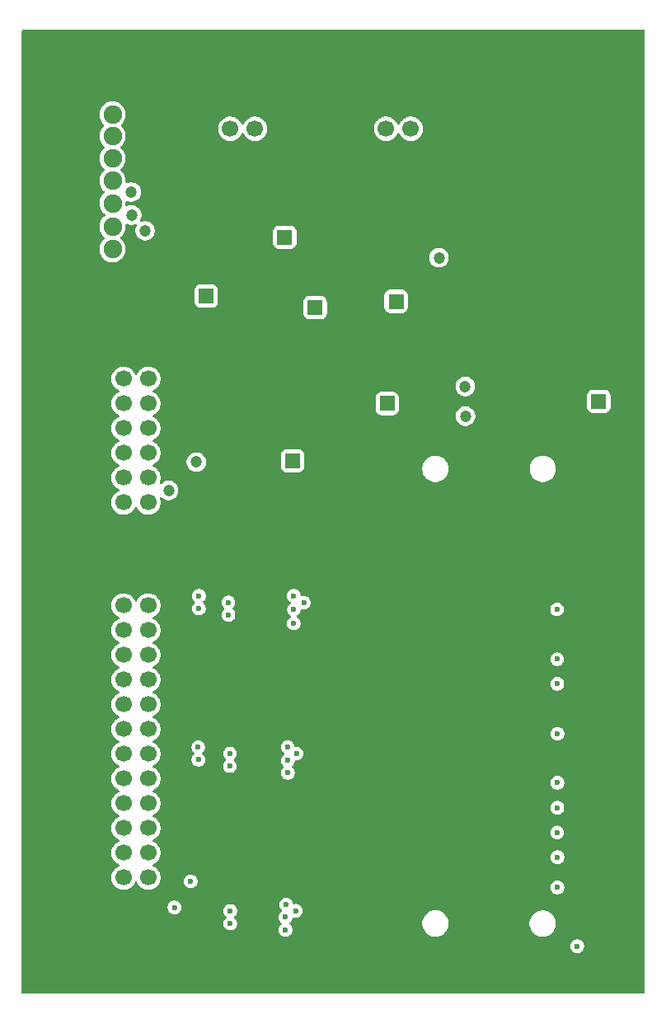
<source format=gbr>
%TF.GenerationSoftware,KiCad,Pcbnew,9.0.5*%
%TF.CreationDate,2025-10-18T12:32:35+02:00*%
%TF.ProjectId,LogicAnalyzer V6.0,4c6f6769-6341-46e6-916c-797a65722056,rev?*%
%TF.SameCoordinates,Original*%
%TF.FileFunction,Copper,L2,Inr*%
%TF.FilePolarity,Positive*%
%FSLAX46Y46*%
G04 Gerber Fmt 4.6, Leading zero omitted, Abs format (unit mm)*
G04 Created by KiCad (PCBNEW 9.0.5) date 2025-10-18 12:32:35*
%MOMM*%
%LPD*%
G01*
G04 APERTURE LIST*
G04 Aperture macros list*
%AMRoundRect*
0 Rectangle with rounded corners*
0 $1 Rounding radius*
0 $2 $3 $4 $5 $6 $7 $8 $9 X,Y pos of 4 corners*
0 Add a 4 corners polygon primitive as box body*
4,1,4,$2,$3,$4,$5,$6,$7,$8,$9,$2,$3,0*
0 Add four circle primitives for the rounded corners*
1,1,$1+$1,$2,$3*
1,1,$1+$1,$4,$5*
1,1,$1+$1,$6,$7*
1,1,$1+$1,$8,$9*
0 Add four rect primitives between the rounded corners*
20,1,$1+$1,$2,$3,$4,$5,0*
20,1,$1+$1,$4,$5,$6,$7,0*
20,1,$1+$1,$6,$7,$8,$9,0*
20,1,$1+$1,$8,$9,$2,$3,0*%
G04 Aperture macros list end*
%TA.AperFunction,ComponentPad*%
%ADD10C,1.900000*%
%TD*%
%TA.AperFunction,ComponentPad*%
%ADD11C,3.500000*%
%TD*%
%TA.AperFunction,ComponentPad*%
%ADD12C,0.800000*%
%TD*%
%TA.AperFunction,ComponentPad*%
%ADD13C,5.000000*%
%TD*%
%TA.AperFunction,ComponentPad*%
%ADD14RoundRect,0.250000X0.550000X-0.550000X0.550000X0.550000X-0.550000X0.550000X-0.550000X-0.550000X0*%
%TD*%
%TA.AperFunction,ComponentPad*%
%ADD15C,1.600000*%
%TD*%
%TA.AperFunction,ComponentPad*%
%ADD16R,1.700000X1.700000*%
%TD*%
%TA.AperFunction,ComponentPad*%
%ADD17C,1.700000*%
%TD*%
%TA.AperFunction,ComponentPad*%
%ADD18RoundRect,0.250000X-0.550000X0.550000X-0.550000X-0.550000X0.550000X-0.550000X0.550000X0.550000X0*%
%TD*%
%TA.AperFunction,ComponentPad*%
%ADD19RoundRect,0.250000X0.550000X0.550000X-0.550000X0.550000X-0.550000X-0.550000X0.550000X-0.550000X0*%
%TD*%
%TA.AperFunction,ComponentPad*%
%ADD20RoundRect,0.250000X-0.550000X-0.550000X0.550000X-0.550000X0.550000X0.550000X-0.550000X0.550000X0*%
%TD*%
%TA.AperFunction,ViaPad*%
%ADD21C,0.600000*%
%TD*%
%TA.AperFunction,ViaPad*%
%ADD22C,1.200000*%
%TD*%
G04 APERTURE END LIST*
D10*
%TO.N,Net-(FB6-Pad2)*%
%TO.C,SW1*%
X111830000Y-67350000D03*
%TO.N,Net-(FB5-Pad2)*%
X111830000Y-65050000D03*
%TO.N,/POWER_1v8*%
X111830000Y-62650000D03*
%TO.N,/POWER_2v5*%
X111830000Y-60350000D03*
%TO.N,/POWER_3v3*%
X111830000Y-58050000D03*
%TO.N,/POWER_5v*%
X111830000Y-55750000D03*
%TO.N,Net-(FB6-Pad2)*%
X111830000Y-53550000D03*
D11*
%TO.N,GND*%
X106630000Y-71050000D03*
X106530000Y-49450000D03*
%TD*%
D12*
%TO.N,GND*%
%TO.C,H3*%
X160125000Y-50000000D03*
X160674175Y-48674175D03*
X160674175Y-51325825D03*
X162000000Y-48125000D03*
D13*
X162000000Y-50000000D03*
D12*
X162000000Y-51875000D03*
X163325825Y-48674175D03*
X163325825Y-51325825D03*
X163875000Y-50000000D03*
%TD*%
D14*
%TO.N,Net-(U7-VBUS)*%
%TO.C,C30*%
X161780000Y-82998856D03*
D15*
%TO.N,GND*%
X161780000Y-80498856D03*
%TD*%
D16*
%TO.N,GND*%
%TO.C,J1*%
X121380000Y-55000000D03*
D17*
%TO.N,unconnected-(J1-Pad2)*%
X123920000Y-55000000D03*
%TO.N,/EXT_CHAIN*%
X126460000Y-55000000D03*
%TD*%
D16*
%TO.N,GND*%
%TO.C,J5*%
X115500000Y-134435000D03*
D17*
X112960000Y-134435000D03*
%TO.N,/DIN12*%
X115500000Y-131895000D03*
%TO.N,/DIN13*%
X112960000Y-131895000D03*
%TO.N,/DIN11*%
X115500000Y-129355000D03*
%TO.N,/DIN14*%
X112960000Y-129355000D03*
%TO.N,/DIN10*%
X115500000Y-126815000D03*
%TO.N,/DIN15*%
X112960000Y-126815000D03*
%TO.N,/DIN9*%
X115500000Y-124275000D03*
%TO.N,/DIN16*%
X112960000Y-124275000D03*
%TO.N,/DIN8*%
X115500000Y-121735000D03*
%TO.N,/DIN17*%
X112960000Y-121735000D03*
%TO.N,/DIN7*%
X115500000Y-119195000D03*
%TO.N,/DIN18*%
X112960000Y-119195000D03*
%TO.N,/DIN6*%
X115500000Y-116655000D03*
%TO.N,/DIN19*%
X112960000Y-116655000D03*
%TO.N,/DIN5*%
X115500000Y-114115000D03*
%TO.N,/DIN20*%
X112960000Y-114115000D03*
%TO.N,/DIN4*%
X115500000Y-111575000D03*
%TO.N,/DIN21*%
X112960000Y-111575000D03*
%TO.N,/DIN3*%
X115500000Y-109035000D03*
%TO.N,/DIN22*%
X112960000Y-109035000D03*
%TO.N,/DIN2*%
X115500000Y-106495000D03*
%TO.N,/DIN23*%
X112960000Y-106495000D03*
%TO.N,/DIN1*%
X115500000Y-103955000D03*
%TO.N,/DIN24*%
X112960000Y-103955000D03*
%TO.N,GND*%
X115500000Y-101415000D03*
X112960000Y-101415000D03*
%TD*%
D18*
%TO.N,/POWER_5v*%
%TO.C,C24*%
X140960000Y-72731144D03*
D15*
%TO.N,GND*%
X140960000Y-75231144D03*
%TD*%
D16*
%TO.N,GND*%
%TO.C,J3*%
X137380000Y-55000000D03*
D17*
%TO.N,unconnected-(J3-Pad2)*%
X139920000Y-55000000D03*
%TO.N,/EXT_CHAIN*%
X142460000Y-55000000D03*
%TD*%
D14*
%TO.N,Net-(U12-VO)*%
%TO.C,C21*%
X132640000Y-73358856D03*
D15*
%TO.N,GND*%
X132640000Y-70858856D03*
%TD*%
D12*
%TO.N,GND*%
%TO.C,H2*%
X130075000Y-50000000D03*
X130624175Y-48674175D03*
X130624175Y-51325825D03*
X131950000Y-48125000D03*
D13*
X131950000Y-50000000D03*
D12*
X131950000Y-51875000D03*
X133275825Y-48674175D03*
X133275825Y-51325825D03*
X133825000Y-50000000D03*
%TD*%
%TO.N,GND*%
%TO.C,H4*%
X160125000Y-74870000D03*
X160674175Y-73544175D03*
X160674175Y-76195825D03*
X162000000Y-72995000D03*
D13*
X162000000Y-74870000D03*
D12*
X162000000Y-76745000D03*
X163325825Y-73544175D03*
X163325825Y-76195825D03*
X163875000Y-74870000D03*
%TD*%
D14*
%TO.N,/POWER_5v*%
%TO.C,C19*%
X140050000Y-83208856D03*
D15*
%TO.N,GND*%
X140050000Y-80708856D03*
%TD*%
D12*
%TO.N,GND*%
%TO.C,H5*%
X161715000Y-140880000D03*
X162264175Y-139554175D03*
X162264175Y-142205825D03*
X163590000Y-139005000D03*
D13*
X163590000Y-140880000D03*
D12*
X163590000Y-142755000D03*
X164915825Y-139554175D03*
X164915825Y-142205825D03*
X165465000Y-140880000D03*
%TD*%
%TO.N,GND*%
%TO.C,H6*%
X104125000Y-140000000D03*
X104674175Y-138674175D03*
X104674175Y-141325825D03*
X106000000Y-138125000D03*
D13*
X106000000Y-140000000D03*
D12*
X106000000Y-141875000D03*
X107325825Y-138674175D03*
X107325825Y-141325825D03*
X107875000Y-140000000D03*
%TD*%
D16*
%TO.N,GND*%
%TO.C,J4*%
X115500000Y-95920000D03*
D17*
X112960000Y-95920000D03*
%TO.N,/EXT_VREF*%
X115500000Y-93380000D03*
X112960000Y-93380000D03*
%TO.N,/EXT_TRIG*%
X115500000Y-90840000D03*
X112960000Y-90840000D03*
%TO.N,/POWER_5v*%
X115500000Y-88300000D03*
X112960000Y-88300000D03*
%TO.N,/POWER_3v3*%
X115500000Y-85760000D03*
X112960000Y-85760000D03*
%TO.N,/POWER_2v5*%
X115500000Y-83220000D03*
X112960000Y-83220000D03*
%TO.N,/POWER_1v8*%
X115500000Y-80680000D03*
X112960000Y-80680000D03*
%TO.N,GND*%
X115500000Y-78140000D03*
X112960000Y-78140000D03*
X115500000Y-75600000D03*
X112960000Y-75600000D03*
%TD*%
D14*
%TO.N,/POWER_5v*%
%TO.C,C22*%
X129520000Y-66148856D03*
D15*
%TO.N,GND*%
X129520000Y-63648856D03*
%TD*%
D12*
%TO.N,GND*%
%TO.C,H1*%
X114425000Y-50000000D03*
X114974175Y-48674175D03*
X114974175Y-51325825D03*
X116300000Y-48125000D03*
D13*
X116300000Y-50000000D03*
D12*
X116300000Y-51875000D03*
X117625825Y-48674175D03*
X117625825Y-51325825D03*
X118175000Y-50000000D03*
%TD*%
D19*
%TO.N,Net-(U11-VO)*%
%TO.C,C23*%
X121450000Y-72180000D03*
D15*
%TO.N,GND*%
X118950000Y-72180000D03*
%TD*%
D20*
%TO.N,/POWER_3v3_F*%
%TO.C,C20*%
X130331144Y-89090000D03*
D15*
%TO.N,GND*%
X132831144Y-89090000D03*
%TD*%
D21*
%TO.N,GND*%
X138280000Y-119610000D03*
X159030000Y-85290000D03*
X121050000Y-93150000D03*
X142530000Y-119610000D03*
X125490000Y-131900000D03*
X121000000Y-123940000D03*
X120960000Y-108130000D03*
X125500000Y-93090000D03*
X122200000Y-130450000D03*
X158510000Y-131240000D03*
X135400000Y-70500000D03*
X142540000Y-106860000D03*
X121010000Y-131940000D03*
X125490000Y-100610000D03*
X125470000Y-91090000D03*
X131800000Y-139700000D03*
X120410000Y-60300000D03*
X122200000Y-122300000D03*
X143890000Y-70410000D03*
X120970000Y-115900000D03*
X128900000Y-60300000D03*
X121000000Y-100600000D03*
X134800000Y-68150000D03*
X125490000Y-123910000D03*
X123361217Y-87609000D03*
X142525000Y-132300000D03*
X142530000Y-94220000D03*
X122200000Y-106730000D03*
X125375000Y-140925000D03*
X162700000Y-106920000D03*
X129390000Y-82850000D03*
X138370000Y-94200000D03*
X138325000Y-132325000D03*
X125480000Y-115910000D03*
X122220000Y-138410000D03*
X136310000Y-85240000D03*
X122180000Y-99290000D03*
X162720000Y-94210000D03*
X162690000Y-132350000D03*
X126450000Y-70420000D03*
X138310000Y-106940000D03*
X158490000Y-94160000D03*
X137700000Y-85700000D03*
X145660000Y-81070000D03*
X128260000Y-71200000D03*
X122210000Y-114380000D03*
X121040000Y-91100000D03*
X120700000Y-139700000D03*
X119350000Y-68140000D03*
X125480000Y-108120000D03*
D22*
%TO.N,/POWER_3v3*%
X113760000Y-61500000D03*
X113790000Y-63860000D03*
%TO.N,/EXT_CHAIN*%
X148080000Y-84510000D03*
X148060000Y-81470000D03*
%TO.N,/POWER_5v*%
X145370000Y-68250000D03*
D21*
%TO.N,/DIN14*%
X118200000Y-134960000D03*
%TO.N,/DIN20*%
X120630000Y-118490000D03*
%TO.N,/DIN18*%
X120640000Y-119797500D03*
%TO.N,/DIN21*%
X123740000Y-104910000D03*
%TO.N,/DIN19*%
X123890000Y-119150000D03*
%TO.N,/DIN16*%
X119860000Y-132280000D03*
%TO.N,/DIN17*%
X123880000Y-120450000D03*
%TO.N,/DIN22*%
X120710000Y-104260000D03*
%TO.N,/DIN15*%
X123930000Y-135320000D03*
%TO.N,/DIN24*%
X120710000Y-102970000D03*
%TO.N,/DIN23*%
X123730000Y-103630000D03*
%TO.N,/DIN13*%
X123930000Y-136620000D03*
%TO.N,/DOUT16*%
X157530000Y-132910000D03*
X129670000Y-134669000D03*
%TO.N,/DOUT15*%
X159560000Y-138940000D03*
X130660000Y-135300000D03*
%TO.N,/DOUT14*%
X129600000Y-135969000D03*
X129600000Y-137260000D03*
%TO.N,/DOUT22*%
X157520000Y-112000000D03*
X130450000Y-104360000D03*
%TO.N,/DOUT24*%
X130440000Y-102960000D03*
X157490000Y-104360000D03*
%TO.N,/DOUT21*%
X157530000Y-117120000D03*
X130440000Y-105800000D03*
%TO.N,/DOUT23*%
X131470000Y-103660000D03*
X157510000Y-109470000D03*
%TO.N,/DOUT18*%
X129830000Y-119881000D03*
X157510000Y-127270000D03*
%TO.N,/DOUT20*%
X129820000Y-118480000D03*
X157530000Y-122150000D03*
%TO.N,/DOUT17*%
X129850000Y-121140000D03*
X157540000Y-129800000D03*
%TO.N,/DOUT19*%
X130730000Y-119170000D03*
X157520000Y-124730000D03*
D22*
%TO.N,/POWER_2v5*%
X115180000Y-65480000D03*
%TO.N,Net-(FB5-Pad2)*%
X117590000Y-92130000D03*
%TO.N,Net-(FB6-Pad2)*%
X120440000Y-89220000D03*
%TD*%
%TA.AperFunction,Conductor*%
%TO.N,GND*%
G36*
X166442539Y-44850185D02*
G01*
X166488294Y-44902989D01*
X166499500Y-44954500D01*
X166499500Y-143705500D01*
X166479815Y-143772539D01*
X166427011Y-143818294D01*
X166375500Y-143829500D01*
X102624500Y-143829500D01*
X102557461Y-143809815D01*
X102511706Y-143757011D01*
X102500500Y-143705500D01*
X102500500Y-139008995D01*
X158859499Y-139008995D01*
X158886418Y-139144322D01*
X158886421Y-139144332D01*
X158939221Y-139271804D01*
X158939228Y-139271817D01*
X159015885Y-139386541D01*
X159015888Y-139386545D01*
X159113454Y-139484111D01*
X159113458Y-139484114D01*
X159228182Y-139560771D01*
X159228195Y-139560778D01*
X159355667Y-139613578D01*
X159355672Y-139613580D01*
X159355676Y-139613580D01*
X159355677Y-139613581D01*
X159491004Y-139640500D01*
X159491007Y-139640500D01*
X159628995Y-139640500D01*
X159720041Y-139622389D01*
X159764328Y-139613580D01*
X159891811Y-139560775D01*
X160006542Y-139484114D01*
X160104114Y-139386542D01*
X160180775Y-139271811D01*
X160233580Y-139144328D01*
X160260500Y-139008993D01*
X160260500Y-138871007D01*
X160260500Y-138871004D01*
X160233581Y-138735677D01*
X160233580Y-138735676D01*
X160233580Y-138735672D01*
X160233578Y-138735667D01*
X160180778Y-138608195D01*
X160180771Y-138608182D01*
X160104114Y-138493458D01*
X160104111Y-138493454D01*
X160006545Y-138395888D01*
X160006541Y-138395885D01*
X159891817Y-138319228D01*
X159891804Y-138319221D01*
X159764332Y-138266421D01*
X159764322Y-138266418D01*
X159628995Y-138239500D01*
X159628993Y-138239500D01*
X159491007Y-138239500D01*
X159491005Y-138239500D01*
X159355677Y-138266418D01*
X159355667Y-138266421D01*
X159228195Y-138319221D01*
X159228182Y-138319228D01*
X159113458Y-138395885D01*
X159113454Y-138395888D01*
X159015888Y-138493454D01*
X159015885Y-138493458D01*
X158939228Y-138608182D01*
X158939221Y-138608195D01*
X158886421Y-138735667D01*
X158886418Y-138735677D01*
X158859500Y-138871004D01*
X158859500Y-138871007D01*
X158859500Y-139008993D01*
X158859500Y-139008995D01*
X158859499Y-139008995D01*
X102500500Y-139008995D01*
X102500500Y-135028995D01*
X117499499Y-135028995D01*
X117526418Y-135164322D01*
X117526421Y-135164332D01*
X117579221Y-135291804D01*
X117579228Y-135291817D01*
X117655885Y-135406541D01*
X117655888Y-135406545D01*
X117753454Y-135504111D01*
X117753458Y-135504114D01*
X117868182Y-135580771D01*
X117868195Y-135580778D01*
X117991384Y-135631804D01*
X117995672Y-135633580D01*
X117995676Y-135633580D01*
X117995677Y-135633581D01*
X118131004Y-135660500D01*
X118131007Y-135660500D01*
X118268995Y-135660500D01*
X118386184Y-135637189D01*
X118404328Y-135633580D01*
X118531811Y-135580775D01*
X118646542Y-135504114D01*
X118744114Y-135406542D01*
X118755839Y-135388995D01*
X123229499Y-135388995D01*
X123256418Y-135524322D01*
X123256421Y-135524332D01*
X123309221Y-135651804D01*
X123309228Y-135651817D01*
X123385885Y-135766541D01*
X123385888Y-135766545D01*
X123483454Y-135864111D01*
X123483458Y-135864114D01*
X123487624Y-135866898D01*
X123532429Y-135920510D01*
X123541136Y-135989835D01*
X123510981Y-136052863D01*
X123487624Y-136073102D01*
X123483458Y-136075885D01*
X123483454Y-136075888D01*
X123385888Y-136173454D01*
X123385885Y-136173458D01*
X123309228Y-136288182D01*
X123309221Y-136288195D01*
X123256421Y-136415667D01*
X123256418Y-136415677D01*
X123229500Y-136551004D01*
X123229500Y-136551007D01*
X123229500Y-136688993D01*
X123229500Y-136688995D01*
X123229499Y-136688995D01*
X123256418Y-136824322D01*
X123256421Y-136824332D01*
X123309221Y-136951804D01*
X123309228Y-136951817D01*
X123385885Y-137066541D01*
X123385888Y-137066545D01*
X123483454Y-137164111D01*
X123483458Y-137164114D01*
X123598182Y-137240771D01*
X123598195Y-137240778D01*
X123725667Y-137293578D01*
X123725672Y-137293580D01*
X123725676Y-137293580D01*
X123725677Y-137293581D01*
X123861004Y-137320500D01*
X123861007Y-137320500D01*
X123998995Y-137320500D01*
X124090041Y-137302389D01*
X124134328Y-137293580D01*
X124261811Y-137240775D01*
X124376542Y-137164114D01*
X124474114Y-137066542D01*
X124550775Y-136951811D01*
X124557224Y-136936243D01*
X124603578Y-136824332D01*
X124603580Y-136824328D01*
X124625151Y-136715886D01*
X124630500Y-136688995D01*
X124630500Y-136551004D01*
X124603581Y-136415677D01*
X124603580Y-136415676D01*
X124603580Y-136415672D01*
X124557225Y-136303760D01*
X124550778Y-136288195D01*
X124550771Y-136288182D01*
X124474114Y-136173458D01*
X124474111Y-136173454D01*
X124376545Y-136075888D01*
X124376541Y-136075885D01*
X124372380Y-136073105D01*
X124343035Y-136037995D01*
X128899499Y-136037995D01*
X128926418Y-136173322D01*
X128926421Y-136173332D01*
X128979221Y-136300804D01*
X128979228Y-136300817D01*
X129055885Y-136415541D01*
X129055888Y-136415545D01*
X129153454Y-136513111D01*
X129158166Y-136516978D01*
X129156872Y-136518554D01*
X129195697Y-136565017D01*
X129204400Y-136634343D01*
X129174241Y-136697368D01*
X129157818Y-136711598D01*
X129158166Y-136712022D01*
X129153454Y-136715888D01*
X129055888Y-136813454D01*
X129055885Y-136813458D01*
X128979228Y-136928182D01*
X128979221Y-136928195D01*
X128926421Y-137055667D01*
X128926418Y-137055677D01*
X128899500Y-137191004D01*
X128899500Y-137191007D01*
X128899500Y-137328993D01*
X128899500Y-137328995D01*
X128899499Y-137328995D01*
X128926418Y-137464322D01*
X128926421Y-137464332D01*
X128979221Y-137591804D01*
X128979228Y-137591817D01*
X129055885Y-137706541D01*
X129055888Y-137706545D01*
X129153454Y-137804111D01*
X129153458Y-137804114D01*
X129268182Y-137880771D01*
X129268195Y-137880778D01*
X129380380Y-137927246D01*
X129395672Y-137933580D01*
X129395676Y-137933580D01*
X129395677Y-137933581D01*
X129531004Y-137960500D01*
X129531007Y-137960500D01*
X129668995Y-137960500D01*
X129760041Y-137942389D01*
X129804328Y-137933580D01*
X129931811Y-137880775D01*
X130046542Y-137804114D01*
X130144114Y-137706542D01*
X130220775Y-137591811D01*
X130273580Y-137464328D01*
X130300500Y-137328993D01*
X130300500Y-137191007D01*
X130300500Y-137191004D01*
X130273581Y-137055677D01*
X130273580Y-137055676D01*
X130273580Y-137055672D01*
X130230557Y-136951804D01*
X130220778Y-136928195D01*
X130220771Y-136928182D01*
X130144114Y-136813458D01*
X130144111Y-136813454D01*
X130046545Y-136715888D01*
X130041834Y-136712022D01*
X130043130Y-136710442D01*
X130004311Y-136664004D01*
X129995595Y-136594680D01*
X130025742Y-136531649D01*
X130031264Y-136525884D01*
X130039510Y-136517812D01*
X130046542Y-136513114D01*
X130055943Y-136503713D01*
X143649500Y-136503713D01*
X143649500Y-136716287D01*
X143682754Y-136926243D01*
X143724808Y-137055672D01*
X143748444Y-137128414D01*
X143844951Y-137317820D01*
X143969890Y-137489786D01*
X144120213Y-137640109D01*
X144292179Y-137765048D01*
X144292181Y-137765049D01*
X144292184Y-137765051D01*
X144481588Y-137861557D01*
X144683757Y-137927246D01*
X144893713Y-137960500D01*
X144893714Y-137960500D01*
X145106286Y-137960500D01*
X145106287Y-137960500D01*
X145316243Y-137927246D01*
X145518412Y-137861557D01*
X145707816Y-137765051D01*
X145729789Y-137749086D01*
X145879786Y-137640109D01*
X145879788Y-137640106D01*
X145879792Y-137640104D01*
X146030104Y-137489792D01*
X146030106Y-137489788D01*
X146030109Y-137489786D01*
X146155048Y-137317820D01*
X146155047Y-137317820D01*
X146155051Y-137317816D01*
X146251557Y-137128412D01*
X146317246Y-136926243D01*
X146350500Y-136716287D01*
X146350500Y-136513713D01*
X154659500Y-136513713D01*
X154659500Y-136726286D01*
X154691169Y-136926239D01*
X154692754Y-136936243D01*
X154755194Y-137128414D01*
X154758444Y-137138414D01*
X154854951Y-137327820D01*
X154979890Y-137499786D01*
X155130213Y-137650109D01*
X155302179Y-137775048D01*
X155302181Y-137775049D01*
X155302184Y-137775051D01*
X155491588Y-137871557D01*
X155693757Y-137937246D01*
X155903713Y-137970500D01*
X155903714Y-137970500D01*
X156116286Y-137970500D01*
X156116287Y-137970500D01*
X156326243Y-137937246D01*
X156528412Y-137871557D01*
X156717816Y-137775051D01*
X156739789Y-137759086D01*
X156889786Y-137650109D01*
X156889788Y-137650106D01*
X156889792Y-137650104D01*
X157040104Y-137499792D01*
X157040106Y-137499788D01*
X157040109Y-137499786D01*
X157165048Y-137327820D01*
X157165047Y-137327820D01*
X157165051Y-137327816D01*
X157261557Y-137138412D01*
X157327246Y-136936243D01*
X157360500Y-136726287D01*
X157360500Y-136513713D01*
X157327246Y-136303757D01*
X157261557Y-136101588D01*
X157165051Y-135912184D01*
X157165049Y-135912181D01*
X157165048Y-135912179D01*
X157040109Y-135740213D01*
X156889786Y-135589890D01*
X156717820Y-135464951D01*
X156528414Y-135368444D01*
X156528413Y-135368443D01*
X156528412Y-135368443D01*
X156326243Y-135302754D01*
X156326241Y-135302753D01*
X156326240Y-135302753D01*
X156164957Y-135277208D01*
X156116287Y-135269500D01*
X155903713Y-135269500D01*
X155855042Y-135277208D01*
X155693760Y-135302753D01*
X155491585Y-135368444D01*
X155302179Y-135464951D01*
X155130213Y-135589890D01*
X154979890Y-135740213D01*
X154854951Y-135912179D01*
X154758444Y-136101585D01*
X154692753Y-136303760D01*
X154659500Y-136513713D01*
X146350500Y-136513713D01*
X146350500Y-136503713D01*
X146317246Y-136293757D01*
X146251557Y-136091588D01*
X146155051Y-135902184D01*
X146155049Y-135902181D01*
X146155048Y-135902179D01*
X146030109Y-135730213D01*
X145879786Y-135579890D01*
X145707820Y-135454951D01*
X145518414Y-135358444D01*
X145518413Y-135358443D01*
X145518412Y-135358443D01*
X145316243Y-135292754D01*
X145316241Y-135292753D01*
X145316240Y-135292753D01*
X145150527Y-135266507D01*
X145106287Y-135259500D01*
X144893713Y-135259500D01*
X144849473Y-135266507D01*
X144683760Y-135292753D01*
X144481585Y-135358444D01*
X144292179Y-135454951D01*
X144120213Y-135579890D01*
X143969890Y-135730213D01*
X143844951Y-135902179D01*
X143748444Y-136091585D01*
X143682753Y-136293760D01*
X143649500Y-136503713D01*
X130055943Y-136503713D01*
X130144114Y-136415542D01*
X130220775Y-136300811D01*
X130273580Y-136173328D01*
X130293516Y-136073105D01*
X130294723Y-136067037D01*
X130327108Y-136005126D01*
X130387823Y-135970552D01*
X130449679Y-135972485D01*
X130449698Y-135972392D01*
X130450260Y-135972503D01*
X130452342Y-135972569D01*
X130455665Y-135973577D01*
X130455672Y-135973580D01*
X130455678Y-135973581D01*
X130455681Y-135973582D01*
X130591004Y-136000500D01*
X130591007Y-136000500D01*
X130728995Y-136000500D01*
X130820041Y-135982389D01*
X130864328Y-135973580D01*
X130991811Y-135920775D01*
X131106542Y-135844114D01*
X131204114Y-135746542D01*
X131280775Y-135631811D01*
X131333580Y-135504328D01*
X131349382Y-135424886D01*
X131360500Y-135368995D01*
X131360500Y-135231004D01*
X131333581Y-135095677D01*
X131333580Y-135095676D01*
X131333580Y-135095672D01*
X131294290Y-135000817D01*
X131280778Y-134968195D01*
X131280771Y-134968182D01*
X131204114Y-134853458D01*
X131204111Y-134853454D01*
X131106545Y-134755888D01*
X131106541Y-134755885D01*
X130991817Y-134679228D01*
X130991804Y-134679221D01*
X130864332Y-134626421D01*
X130864322Y-134626418D01*
X130728995Y-134599500D01*
X130728993Y-134599500D01*
X130591007Y-134599500D01*
X130500411Y-134617520D01*
X130430820Y-134611291D01*
X130375643Y-134568428D01*
X130354604Y-134520095D01*
X130343580Y-134464672D01*
X130291620Y-134339228D01*
X130290778Y-134337195D01*
X130290771Y-134337182D01*
X130214114Y-134222458D01*
X130214111Y-134222454D01*
X130116545Y-134124888D01*
X130116541Y-134124885D01*
X130001817Y-134048228D01*
X130001804Y-134048221D01*
X129874332Y-133995421D01*
X129874322Y-133995418D01*
X129738995Y-133968500D01*
X129738993Y-133968500D01*
X129601007Y-133968500D01*
X129601005Y-133968500D01*
X129465677Y-133995418D01*
X129465667Y-133995421D01*
X129338195Y-134048221D01*
X129338182Y-134048228D01*
X129223458Y-134124885D01*
X129223454Y-134124888D01*
X129125888Y-134222454D01*
X129125885Y-134222458D01*
X129049228Y-134337182D01*
X129049221Y-134337195D01*
X128996421Y-134464667D01*
X128996418Y-134464677D01*
X128969500Y-134600004D01*
X128969500Y-134600007D01*
X128969500Y-134737993D01*
X128969500Y-134737995D01*
X128969499Y-134737995D01*
X128996418Y-134873322D01*
X128996421Y-134873332D01*
X129049221Y-135000804D01*
X129049228Y-135000817D01*
X129125885Y-135115541D01*
X129125888Y-135115545D01*
X129215527Y-135205184D01*
X129249012Y-135266507D01*
X129244028Y-135336199D01*
X129202156Y-135392132D01*
X129196738Y-135395967D01*
X129153454Y-135424888D01*
X129055888Y-135522454D01*
X129055885Y-135522458D01*
X128979228Y-135637182D01*
X128979221Y-135637195D01*
X128926421Y-135764667D01*
X128926418Y-135764677D01*
X128899500Y-135900004D01*
X128899500Y-135900007D01*
X128899500Y-136037993D01*
X128899500Y-136037995D01*
X128899499Y-136037995D01*
X124343035Y-136037995D01*
X124327572Y-136019495D01*
X124318862Y-135950171D01*
X124349013Y-135887142D01*
X124356279Y-135879704D01*
X124363789Y-135872634D01*
X124376542Y-135864114D01*
X124474114Y-135766542D01*
X124550775Y-135651811D01*
X124603580Y-135524328D01*
X124617380Y-135454951D01*
X124630500Y-135388995D01*
X124630500Y-135251004D01*
X124603581Y-135115677D01*
X124603580Y-135115676D01*
X124603580Y-135115672D01*
X124595294Y-135095667D01*
X124550778Y-134988195D01*
X124550771Y-134988182D01*
X124474114Y-134873458D01*
X124474111Y-134873454D01*
X124376545Y-134775888D01*
X124376541Y-134775885D01*
X124261817Y-134699228D01*
X124261804Y-134699221D01*
X124134332Y-134646421D01*
X124134322Y-134646418D01*
X123998995Y-134619500D01*
X123998993Y-134619500D01*
X123861007Y-134619500D01*
X123861005Y-134619500D01*
X123725677Y-134646418D01*
X123725667Y-134646421D01*
X123598195Y-134699221D01*
X123598182Y-134699228D01*
X123483458Y-134775885D01*
X123483454Y-134775888D01*
X123385888Y-134873454D01*
X123385885Y-134873458D01*
X123309228Y-134988182D01*
X123309221Y-134988195D01*
X123256421Y-135115667D01*
X123256418Y-135115677D01*
X123229500Y-135251004D01*
X123229500Y-135251007D01*
X123229500Y-135388993D01*
X123229500Y-135388995D01*
X123229499Y-135388995D01*
X118755839Y-135388995D01*
X118820775Y-135291811D01*
X118830017Y-135269500D01*
X118859855Y-135197463D01*
X118859855Y-135197462D01*
X118873580Y-135164328D01*
X118900500Y-135028993D01*
X118900500Y-134891007D01*
X118900500Y-134891004D01*
X118873581Y-134755677D01*
X118873580Y-134755676D01*
X118873580Y-134755672D01*
X118850199Y-134699225D01*
X118820778Y-134628195D01*
X118820771Y-134628182D01*
X118744114Y-134513458D01*
X118744111Y-134513454D01*
X118646545Y-134415888D01*
X118646541Y-134415885D01*
X118531817Y-134339228D01*
X118531804Y-134339221D01*
X118404332Y-134286421D01*
X118404322Y-134286418D01*
X118268995Y-134259500D01*
X118268993Y-134259500D01*
X118131007Y-134259500D01*
X118131005Y-134259500D01*
X117995677Y-134286418D01*
X117995667Y-134286421D01*
X117868195Y-134339221D01*
X117868182Y-134339228D01*
X117753458Y-134415885D01*
X117753454Y-134415888D01*
X117655888Y-134513454D01*
X117655885Y-134513458D01*
X117579228Y-134628182D01*
X117579221Y-134628195D01*
X117526421Y-134755667D01*
X117526418Y-134755677D01*
X117499500Y-134891004D01*
X117499500Y-134891007D01*
X117499500Y-135028993D01*
X117499500Y-135028995D01*
X117499499Y-135028995D01*
X102500500Y-135028995D01*
X102500500Y-103856577D01*
X111709500Y-103856577D01*
X111709500Y-104053422D01*
X111740290Y-104247826D01*
X111801117Y-104435029D01*
X111874061Y-104578189D01*
X111890476Y-104610405D01*
X112006172Y-104769646D01*
X112145354Y-104908828D01*
X112304595Y-105024524D01*
X112381098Y-105063504D01*
X112481213Y-105114515D01*
X112532009Y-105162489D01*
X112548804Y-105230310D01*
X112526267Y-105296445D01*
X112481213Y-105335485D01*
X112304594Y-105425476D01*
X112213741Y-105491485D01*
X112145354Y-105541172D01*
X112145352Y-105541174D01*
X112145351Y-105541174D01*
X112006174Y-105680351D01*
X112006174Y-105680352D01*
X112006172Y-105680354D01*
X111969370Y-105731007D01*
X111890476Y-105839594D01*
X111801117Y-106014970D01*
X111740290Y-106202173D01*
X111709500Y-106396577D01*
X111709500Y-106593422D01*
X111740290Y-106787826D01*
X111801117Y-106975029D01*
X111890475Y-107150403D01*
X111890476Y-107150405D01*
X112006172Y-107309646D01*
X112145354Y-107448828D01*
X112304595Y-107564524D01*
X112427992Y-107627397D01*
X112481213Y-107654515D01*
X112532009Y-107702489D01*
X112548804Y-107770310D01*
X112526267Y-107836445D01*
X112481213Y-107875485D01*
X112304594Y-107965476D01*
X112213741Y-108031485D01*
X112145354Y-108081172D01*
X112145352Y-108081174D01*
X112145351Y-108081174D01*
X112006174Y-108220351D01*
X112006174Y-108220352D01*
X112006172Y-108220354D01*
X111956485Y-108288741D01*
X111890476Y-108379594D01*
X111801117Y-108554970D01*
X111740290Y-108742173D01*
X111709500Y-108936577D01*
X111709500Y-109133422D01*
X111740290Y-109327826D01*
X111801117Y-109515029D01*
X111882281Y-109674322D01*
X111890476Y-109690405D01*
X112006172Y-109849646D01*
X112145354Y-109988828D01*
X112304595Y-110104524D01*
X112427992Y-110167397D01*
X112481213Y-110194515D01*
X112532009Y-110242489D01*
X112548804Y-110310310D01*
X112526267Y-110376445D01*
X112481213Y-110415485D01*
X112304594Y-110505476D01*
X112213741Y-110571485D01*
X112145354Y-110621172D01*
X112145352Y-110621174D01*
X112145351Y-110621174D01*
X112006174Y-110760351D01*
X112006174Y-110760352D01*
X112006172Y-110760354D01*
X111956485Y-110828741D01*
X111890476Y-110919594D01*
X111801117Y-111094970D01*
X111740290Y-111282173D01*
X111709500Y-111476577D01*
X111709500Y-111673422D01*
X111740290Y-111867826D01*
X111801117Y-112055029D01*
X111877186Y-112204322D01*
X111890476Y-112230405D01*
X112006172Y-112389646D01*
X112145354Y-112528828D01*
X112304595Y-112644524D01*
X112361621Y-112673580D01*
X112481213Y-112734515D01*
X112532009Y-112782489D01*
X112548804Y-112850310D01*
X112526267Y-112916445D01*
X112481213Y-112955485D01*
X112304594Y-113045476D01*
X112213741Y-113111485D01*
X112145354Y-113161172D01*
X112145352Y-113161174D01*
X112145351Y-113161174D01*
X112006174Y-113300351D01*
X112006174Y-113300352D01*
X112006172Y-113300354D01*
X111956485Y-113368741D01*
X111890476Y-113459594D01*
X111801117Y-113634970D01*
X111740290Y-113822173D01*
X111709500Y-114016577D01*
X111709500Y-114213422D01*
X111740290Y-114407826D01*
X111801117Y-114595029D01*
X111890475Y-114770403D01*
X111890476Y-114770405D01*
X112006172Y-114929646D01*
X112145354Y-115068828D01*
X112304595Y-115184524D01*
X112427992Y-115247397D01*
X112481213Y-115274515D01*
X112532009Y-115322489D01*
X112548804Y-115390310D01*
X112526267Y-115456445D01*
X112481213Y-115495485D01*
X112304594Y-115585476D01*
X112213741Y-115651485D01*
X112145354Y-115701172D01*
X112145352Y-115701174D01*
X112145351Y-115701174D01*
X112006174Y-115840351D01*
X112006174Y-115840352D01*
X112006172Y-115840354D01*
X111956485Y-115908741D01*
X111890476Y-115999594D01*
X111801117Y-116174970D01*
X111740290Y-116362173D01*
X111709500Y-116556577D01*
X111709500Y-116753422D01*
X111740290Y-116947826D01*
X111801117Y-117135029D01*
X111890475Y-117310403D01*
X111890476Y-117310405D01*
X112006172Y-117469646D01*
X112145354Y-117608828D01*
X112304595Y-117724524D01*
X112412492Y-117779500D01*
X112481213Y-117814515D01*
X112532009Y-117862489D01*
X112548804Y-117930310D01*
X112526267Y-117996445D01*
X112481213Y-118035485D01*
X112304594Y-118125476D01*
X112259561Y-118158195D01*
X112145354Y-118241172D01*
X112145352Y-118241174D01*
X112145351Y-118241174D01*
X112006174Y-118380351D01*
X112006174Y-118380352D01*
X112006172Y-118380354D01*
X111976638Y-118421004D01*
X111890476Y-118539594D01*
X111801117Y-118714970D01*
X111740290Y-118902173D01*
X111709500Y-119096577D01*
X111709500Y-119293422D01*
X111740290Y-119487826D01*
X111801117Y-119675029D01*
X111886999Y-119843581D01*
X111890476Y-119850405D01*
X112006172Y-120009646D01*
X112145354Y-120148828D01*
X112304595Y-120264524D01*
X112427992Y-120327397D01*
X112481213Y-120354515D01*
X112532009Y-120402489D01*
X112548804Y-120470310D01*
X112526267Y-120536445D01*
X112481213Y-120575485D01*
X112304594Y-120665476D01*
X112266081Y-120693458D01*
X112145354Y-120781172D01*
X112145352Y-120781174D01*
X112145351Y-120781174D01*
X112006174Y-120920351D01*
X112006174Y-120920352D01*
X112006172Y-120920354D01*
X111956485Y-120988741D01*
X111890476Y-121079594D01*
X111801117Y-121254970D01*
X111740290Y-121442173D01*
X111709500Y-121636577D01*
X111709500Y-121833422D01*
X111740290Y-122027826D01*
X111801117Y-122215029D01*
X111872091Y-122354322D01*
X111890476Y-122390405D01*
X112006172Y-122549646D01*
X112145354Y-122688828D01*
X112304595Y-122804524D01*
X112341991Y-122823578D01*
X112481213Y-122894515D01*
X112532009Y-122942489D01*
X112548804Y-123010310D01*
X112526267Y-123076445D01*
X112481213Y-123115485D01*
X112304594Y-123205476D01*
X112213741Y-123271485D01*
X112145354Y-123321172D01*
X112145352Y-123321174D01*
X112145351Y-123321174D01*
X112006174Y-123460351D01*
X112006174Y-123460352D01*
X112006172Y-123460354D01*
X111956485Y-123528741D01*
X111890476Y-123619594D01*
X111801117Y-123794970D01*
X111740290Y-123982173D01*
X111709500Y-124176577D01*
X111709500Y-124373422D01*
X111740290Y-124567826D01*
X111801117Y-124755029D01*
X111890475Y-124930403D01*
X111890476Y-124930405D01*
X112006172Y-125089646D01*
X112145354Y-125228828D01*
X112304595Y-125344524D01*
X112420496Y-125403578D01*
X112481213Y-125434515D01*
X112532009Y-125482489D01*
X112548804Y-125550310D01*
X112526267Y-125616445D01*
X112481213Y-125655485D01*
X112304594Y-125745476D01*
X112213741Y-125811485D01*
X112145354Y-125861172D01*
X112145352Y-125861174D01*
X112145351Y-125861174D01*
X112006174Y-126000351D01*
X112006174Y-126000352D01*
X112006172Y-126000354D01*
X111956485Y-126068741D01*
X111890476Y-126159594D01*
X111801117Y-126334970D01*
X111740290Y-126522173D01*
X111709500Y-126716577D01*
X111709500Y-126913422D01*
X111740290Y-127107826D01*
X111801117Y-127295029D01*
X111890475Y-127470403D01*
X111890476Y-127470405D01*
X112006172Y-127629646D01*
X112145354Y-127768828D01*
X112304595Y-127884524D01*
X112420496Y-127943578D01*
X112481213Y-127974515D01*
X112532009Y-128022489D01*
X112548804Y-128090310D01*
X112526267Y-128156445D01*
X112481213Y-128195485D01*
X112304594Y-128285476D01*
X112213741Y-128351485D01*
X112145354Y-128401172D01*
X112145352Y-128401174D01*
X112145351Y-128401174D01*
X112006174Y-128540351D01*
X112006174Y-128540352D01*
X112006172Y-128540354D01*
X111956485Y-128608741D01*
X111890476Y-128699594D01*
X111801117Y-128874970D01*
X111740290Y-129062173D01*
X111709500Y-129256577D01*
X111709500Y-129453422D01*
X111740290Y-129647826D01*
X111801117Y-129835029D01*
X111818423Y-129868993D01*
X111890476Y-130010405D01*
X112006172Y-130169646D01*
X112145354Y-130308828D01*
X112304595Y-130424524D01*
X112427992Y-130487397D01*
X112481213Y-130514515D01*
X112532009Y-130562489D01*
X112548804Y-130630310D01*
X112526267Y-130696445D01*
X112481213Y-130735485D01*
X112304594Y-130825476D01*
X112213741Y-130891485D01*
X112145354Y-130941172D01*
X112145352Y-130941174D01*
X112145351Y-130941174D01*
X112006174Y-131080351D01*
X112006174Y-131080352D01*
X112006172Y-131080354D01*
X111956485Y-131148741D01*
X111890476Y-131239594D01*
X111801117Y-131414970D01*
X111740290Y-131602173D01*
X111709500Y-131796577D01*
X111709500Y-131993422D01*
X111740290Y-132187826D01*
X111801117Y-132375029D01*
X111856805Y-132484322D01*
X111890476Y-132550405D01*
X112006172Y-132709646D01*
X112145354Y-132848828D01*
X112304595Y-132964524D01*
X112335950Y-132980500D01*
X112479970Y-133053882D01*
X112479972Y-133053882D01*
X112479975Y-133053884D01*
X112580317Y-133086487D01*
X112667173Y-133114709D01*
X112861578Y-133145500D01*
X112861583Y-133145500D01*
X113058422Y-133145500D01*
X113252826Y-133114709D01*
X113254017Y-133114322D01*
X113440025Y-133053884D01*
X113615405Y-132964524D01*
X113774646Y-132848828D01*
X113913828Y-132709646D01*
X114029524Y-132550405D01*
X114063195Y-132484322D01*
X114119515Y-132373787D01*
X114167489Y-132322990D01*
X114235310Y-132306195D01*
X114301445Y-132328732D01*
X114340485Y-132373787D01*
X114430474Y-132550403D01*
X114465234Y-132598246D01*
X114546172Y-132709646D01*
X114685354Y-132848828D01*
X114844595Y-132964524D01*
X114875950Y-132980500D01*
X115019970Y-133053882D01*
X115019972Y-133053882D01*
X115019975Y-133053884D01*
X115120317Y-133086487D01*
X115207173Y-133114709D01*
X115401578Y-133145500D01*
X115401583Y-133145500D01*
X115598422Y-133145500D01*
X115792826Y-133114709D01*
X115794017Y-133114322D01*
X115980025Y-133053884D01*
X116155405Y-132964524D01*
X116314646Y-132848828D01*
X116453828Y-132709646D01*
X116569524Y-132550405D01*
X116658884Y-132375025D01*
X116667342Y-132348995D01*
X119159499Y-132348995D01*
X119186418Y-132484322D01*
X119186421Y-132484332D01*
X119239221Y-132611804D01*
X119239228Y-132611817D01*
X119315885Y-132726541D01*
X119315888Y-132726545D01*
X119413454Y-132824111D01*
X119413458Y-132824114D01*
X119528182Y-132900771D01*
X119528195Y-132900778D01*
X119655667Y-132953578D01*
X119655672Y-132953580D01*
X119655676Y-132953580D01*
X119655677Y-132953581D01*
X119791004Y-132980500D01*
X119791007Y-132980500D01*
X119928995Y-132980500D01*
X119936561Y-132978995D01*
X156829499Y-132978995D01*
X156856418Y-133114322D01*
X156856421Y-133114332D01*
X156909221Y-133241804D01*
X156909228Y-133241817D01*
X156985885Y-133356541D01*
X156985888Y-133356545D01*
X157083454Y-133454111D01*
X157083458Y-133454114D01*
X157198182Y-133530771D01*
X157198195Y-133530778D01*
X157325667Y-133583578D01*
X157325672Y-133583580D01*
X157325676Y-133583580D01*
X157325677Y-133583581D01*
X157461004Y-133610500D01*
X157461007Y-133610500D01*
X157598995Y-133610500D01*
X157690041Y-133592389D01*
X157734328Y-133583580D01*
X157861811Y-133530775D01*
X157976542Y-133454114D01*
X158074114Y-133356542D01*
X158150775Y-133241811D01*
X158203580Y-133114328D01*
X158215604Y-133053882D01*
X158230500Y-132978995D01*
X158230500Y-132841004D01*
X158203581Y-132705677D01*
X158203580Y-132705676D01*
X158203580Y-132705672D01*
X158203578Y-132705667D01*
X158150778Y-132578195D01*
X158150771Y-132578182D01*
X158074114Y-132463458D01*
X158074111Y-132463454D01*
X157976545Y-132365888D01*
X157976541Y-132365885D01*
X157861817Y-132289228D01*
X157861804Y-132289221D01*
X157734332Y-132236421D01*
X157734322Y-132236418D01*
X157598995Y-132209500D01*
X157598993Y-132209500D01*
X157461007Y-132209500D01*
X157461005Y-132209500D01*
X157325677Y-132236418D01*
X157325667Y-132236421D01*
X157198195Y-132289221D01*
X157198182Y-132289228D01*
X157083458Y-132365885D01*
X157083454Y-132365888D01*
X156985888Y-132463454D01*
X156985885Y-132463458D01*
X156909228Y-132578182D01*
X156909221Y-132578195D01*
X156856421Y-132705667D01*
X156856418Y-132705677D01*
X156829500Y-132841004D01*
X156829500Y-132841007D01*
X156829500Y-132978993D01*
X156829500Y-132978995D01*
X156829499Y-132978995D01*
X119936561Y-132978995D01*
X120020041Y-132962389D01*
X120064328Y-132953580D01*
X120191811Y-132900775D01*
X120306542Y-132824114D01*
X120306545Y-132824111D01*
X120383423Y-132747234D01*
X120404111Y-132726545D01*
X120404114Y-132726542D01*
X120480775Y-132611811D01*
X120533580Y-132484328D01*
X120555568Y-132373787D01*
X120560500Y-132348995D01*
X120560500Y-132211004D01*
X120533581Y-132075677D01*
X120533580Y-132075676D01*
X120533580Y-132075672D01*
X120499509Y-131993417D01*
X120480778Y-131948195D01*
X120480771Y-131948182D01*
X120404114Y-131833458D01*
X120404111Y-131833454D01*
X120306545Y-131735888D01*
X120306541Y-131735885D01*
X120191817Y-131659228D01*
X120191804Y-131659221D01*
X120064332Y-131606421D01*
X120064322Y-131606418D01*
X119928995Y-131579500D01*
X119928993Y-131579500D01*
X119791007Y-131579500D01*
X119791005Y-131579500D01*
X119655677Y-131606418D01*
X119655667Y-131606421D01*
X119528195Y-131659221D01*
X119528182Y-131659228D01*
X119413458Y-131735885D01*
X119413454Y-131735888D01*
X119315888Y-131833454D01*
X119315885Y-131833458D01*
X119239228Y-131948182D01*
X119239221Y-131948195D01*
X119186421Y-132075667D01*
X119186418Y-132075677D01*
X119159500Y-132211004D01*
X119159500Y-132211007D01*
X119159500Y-132348993D01*
X119159500Y-132348995D01*
X119159499Y-132348995D01*
X116667342Y-132348995D01*
X116719709Y-132187826D01*
X116729193Y-132127941D01*
X116750500Y-131993422D01*
X116750500Y-131796577D01*
X116719709Y-131602173D01*
X116658882Y-131414970D01*
X116569523Y-131239594D01*
X116453828Y-131080354D01*
X116314646Y-130941172D01*
X116235025Y-130883324D01*
X116155403Y-130825474D01*
X115978787Y-130735485D01*
X115927990Y-130687511D01*
X115911195Y-130619690D01*
X115933732Y-130553555D01*
X115978787Y-130514515D01*
X116155403Y-130424525D01*
X116155402Y-130424525D01*
X116155405Y-130424524D01*
X116314646Y-130308828D01*
X116453828Y-130169646D01*
X116569524Y-130010405D01*
X116641576Y-129868995D01*
X156839499Y-129868995D01*
X156866418Y-130004322D01*
X156866421Y-130004332D01*
X156919221Y-130131804D01*
X156919228Y-130131817D01*
X156995885Y-130246541D01*
X156995888Y-130246545D01*
X157093454Y-130344111D01*
X157093458Y-130344114D01*
X157208182Y-130420771D01*
X157208195Y-130420778D01*
X157335667Y-130473578D01*
X157335672Y-130473580D01*
X157335676Y-130473580D01*
X157335677Y-130473581D01*
X157471004Y-130500500D01*
X157471007Y-130500500D01*
X157608995Y-130500500D01*
X157700041Y-130482389D01*
X157744328Y-130473580D01*
X157862760Y-130424524D01*
X157871804Y-130420778D01*
X157871804Y-130420777D01*
X157871811Y-130420775D01*
X157986542Y-130344114D01*
X158084114Y-130246542D01*
X158160775Y-130131811D01*
X158213580Y-130004328D01*
X158240500Y-129868993D01*
X158240500Y-129731007D01*
X158240500Y-129731004D01*
X158213581Y-129595677D01*
X158213580Y-129595676D01*
X158213580Y-129595672D01*
X158213578Y-129595667D01*
X158160778Y-129468195D01*
X158160771Y-129468182D01*
X158084114Y-129353458D01*
X158084111Y-129353454D01*
X157986545Y-129255888D01*
X157986541Y-129255885D01*
X157871817Y-129179228D01*
X157871804Y-129179221D01*
X157744332Y-129126421D01*
X157744322Y-129126418D01*
X157608995Y-129099500D01*
X157608993Y-129099500D01*
X157471007Y-129099500D01*
X157471005Y-129099500D01*
X157335677Y-129126418D01*
X157335667Y-129126421D01*
X157208195Y-129179221D01*
X157208182Y-129179228D01*
X157093458Y-129255885D01*
X157093454Y-129255888D01*
X156995888Y-129353454D01*
X156995885Y-129353458D01*
X156919228Y-129468182D01*
X156919221Y-129468195D01*
X156866421Y-129595667D01*
X156866418Y-129595677D01*
X156839500Y-129731004D01*
X156839500Y-129731007D01*
X156839500Y-129868993D01*
X156839500Y-129868995D01*
X156839499Y-129868995D01*
X116641576Y-129868995D01*
X116658884Y-129835025D01*
X116719709Y-129647826D01*
X116750500Y-129453422D01*
X116750500Y-129256577D01*
X116719709Y-129062173D01*
X116658882Y-128874970D01*
X116569523Y-128699594D01*
X116453828Y-128540354D01*
X116314646Y-128401172D01*
X116235025Y-128343324D01*
X116155403Y-128285474D01*
X115978787Y-128195485D01*
X115927990Y-128147511D01*
X115911195Y-128079690D01*
X115933732Y-128013555D01*
X115978787Y-127974515D01*
X116155403Y-127884525D01*
X116155402Y-127884525D01*
X116155405Y-127884524D01*
X116314646Y-127768828D01*
X116453828Y-127629646D01*
X116569524Y-127470405D01*
X116636480Y-127338995D01*
X156809499Y-127338995D01*
X156836418Y-127474322D01*
X156836421Y-127474332D01*
X156889221Y-127601804D01*
X156889228Y-127601817D01*
X156965885Y-127716541D01*
X156965888Y-127716545D01*
X157063454Y-127814111D01*
X157063458Y-127814114D01*
X157178182Y-127890771D01*
X157178195Y-127890778D01*
X157305667Y-127943578D01*
X157305672Y-127943580D01*
X157305676Y-127943580D01*
X157305677Y-127943581D01*
X157441004Y-127970500D01*
X157441007Y-127970500D01*
X157578995Y-127970500D01*
X157670041Y-127952389D01*
X157714328Y-127943580D01*
X157841811Y-127890775D01*
X157956542Y-127814114D01*
X158054114Y-127716542D01*
X158130775Y-127601811D01*
X158183580Y-127474328D01*
X158210500Y-127338993D01*
X158210500Y-127201007D01*
X158210500Y-127201004D01*
X158183581Y-127065677D01*
X158183580Y-127065676D01*
X158183580Y-127065672D01*
X158183578Y-127065667D01*
X158130778Y-126938195D01*
X158130771Y-126938182D01*
X158054114Y-126823458D01*
X158054111Y-126823454D01*
X157956545Y-126725888D01*
X157956541Y-126725885D01*
X157841817Y-126649228D01*
X157841804Y-126649221D01*
X157714332Y-126596421D01*
X157714322Y-126596418D01*
X157578995Y-126569500D01*
X157578993Y-126569500D01*
X157441007Y-126569500D01*
X157441005Y-126569500D01*
X157305677Y-126596418D01*
X157305667Y-126596421D01*
X157178195Y-126649221D01*
X157178182Y-126649228D01*
X157063458Y-126725885D01*
X157063454Y-126725888D01*
X156965888Y-126823454D01*
X156965885Y-126823458D01*
X156889228Y-126938182D01*
X156889221Y-126938195D01*
X156836421Y-127065667D01*
X156836418Y-127065677D01*
X156809500Y-127201004D01*
X156809500Y-127201007D01*
X156809500Y-127338993D01*
X156809500Y-127338995D01*
X156809499Y-127338995D01*
X116636480Y-127338995D01*
X116658884Y-127295025D01*
X116686830Y-127209015D01*
X116703863Y-127156596D01*
X116703863Y-127156595D01*
X116719708Y-127107830D01*
X116719708Y-127107829D01*
X116719709Y-127107826D01*
X116746578Y-126938182D01*
X116750500Y-126913422D01*
X116750500Y-126716577D01*
X116719709Y-126522173D01*
X116658882Y-126334970D01*
X116569523Y-126159594D01*
X116453828Y-126000354D01*
X116314646Y-125861172D01*
X116235025Y-125803324D01*
X116155403Y-125745474D01*
X115978787Y-125655485D01*
X115927990Y-125607511D01*
X115911195Y-125539690D01*
X115933732Y-125473555D01*
X115978787Y-125434515D01*
X116155403Y-125344525D01*
X116155402Y-125344525D01*
X116155405Y-125344524D01*
X116314646Y-125228828D01*
X116453828Y-125089646D01*
X116569524Y-124930405D01*
X116636480Y-124798995D01*
X156819499Y-124798995D01*
X156846418Y-124934322D01*
X156846421Y-124934332D01*
X156899221Y-125061804D01*
X156899228Y-125061817D01*
X156975885Y-125176541D01*
X156975888Y-125176545D01*
X157073454Y-125274111D01*
X157073458Y-125274114D01*
X157188182Y-125350771D01*
X157188195Y-125350778D01*
X157315667Y-125403578D01*
X157315672Y-125403580D01*
X157315676Y-125403580D01*
X157315677Y-125403581D01*
X157451004Y-125430500D01*
X157451007Y-125430500D01*
X157588995Y-125430500D01*
X157680041Y-125412389D01*
X157724328Y-125403580D01*
X157851811Y-125350775D01*
X157966542Y-125274114D01*
X158064114Y-125176542D01*
X158140775Y-125061811D01*
X158193580Y-124934328D01*
X158220500Y-124798993D01*
X158220500Y-124661007D01*
X158220500Y-124661004D01*
X158193581Y-124525677D01*
X158193580Y-124525676D01*
X158193580Y-124525672D01*
X158193578Y-124525667D01*
X158140778Y-124398195D01*
X158140771Y-124398182D01*
X158064114Y-124283458D01*
X158064111Y-124283454D01*
X157966545Y-124185888D01*
X157966541Y-124185885D01*
X157851817Y-124109228D01*
X157851804Y-124109221D01*
X157724332Y-124056421D01*
X157724322Y-124056418D01*
X157588995Y-124029500D01*
X157588993Y-124029500D01*
X157451007Y-124029500D01*
X157451005Y-124029500D01*
X157315677Y-124056418D01*
X157315667Y-124056421D01*
X157188195Y-124109221D01*
X157188182Y-124109228D01*
X157073458Y-124185885D01*
X157073454Y-124185888D01*
X156975888Y-124283454D01*
X156975885Y-124283458D01*
X156899228Y-124398182D01*
X156899221Y-124398195D01*
X156846421Y-124525667D01*
X156846418Y-124525677D01*
X156819500Y-124661004D01*
X156819500Y-124661007D01*
X156819500Y-124798993D01*
X156819500Y-124798995D01*
X156819499Y-124798995D01*
X116636480Y-124798995D01*
X116658884Y-124755025D01*
X116686830Y-124669015D01*
X116703863Y-124616596D01*
X116703863Y-124616595D01*
X116719708Y-124567830D01*
X116719708Y-124567829D01*
X116719709Y-124567826D01*
X116746578Y-124398182D01*
X116750500Y-124373422D01*
X116750500Y-124176577D01*
X116719709Y-123982173D01*
X116658882Y-123794970D01*
X116569523Y-123619594D01*
X116453828Y-123460354D01*
X116314646Y-123321172D01*
X116235025Y-123263324D01*
X116155403Y-123205474D01*
X115978787Y-123115485D01*
X115927990Y-123067511D01*
X115911195Y-122999690D01*
X115933732Y-122933555D01*
X115978787Y-122894515D01*
X116155403Y-122804525D01*
X116155402Y-122804525D01*
X116155405Y-122804524D01*
X116314646Y-122688828D01*
X116453828Y-122549646D01*
X116569524Y-122390405D01*
X116656861Y-122218995D01*
X156829499Y-122218995D01*
X156856418Y-122354322D01*
X156856421Y-122354332D01*
X156909221Y-122481804D01*
X156909228Y-122481817D01*
X156985885Y-122596541D01*
X156985888Y-122596545D01*
X157083454Y-122694111D01*
X157083458Y-122694114D01*
X157198182Y-122770771D01*
X157198195Y-122770778D01*
X157325667Y-122823578D01*
X157325672Y-122823580D01*
X157325676Y-122823580D01*
X157325677Y-122823581D01*
X157461004Y-122850500D01*
X157461007Y-122850500D01*
X157598995Y-122850500D01*
X157690041Y-122832389D01*
X157734328Y-122823580D01*
X157861811Y-122770775D01*
X157976542Y-122694114D01*
X158074114Y-122596542D01*
X158150775Y-122481811D01*
X158203580Y-122354328D01*
X158230500Y-122218993D01*
X158230500Y-122081007D01*
X158230500Y-122081004D01*
X158203581Y-121945677D01*
X158203580Y-121945676D01*
X158203580Y-121945672D01*
X158203578Y-121945667D01*
X158150778Y-121818195D01*
X158150771Y-121818182D01*
X158074114Y-121703458D01*
X158074111Y-121703454D01*
X157976545Y-121605888D01*
X157976541Y-121605885D01*
X157861817Y-121529228D01*
X157861804Y-121529221D01*
X157734332Y-121476421D01*
X157734322Y-121476418D01*
X157598995Y-121449500D01*
X157598993Y-121449500D01*
X157461007Y-121449500D01*
X157461005Y-121449500D01*
X157325677Y-121476418D01*
X157325667Y-121476421D01*
X157198195Y-121529221D01*
X157198182Y-121529228D01*
X157083458Y-121605885D01*
X157083454Y-121605888D01*
X156985888Y-121703454D01*
X156985885Y-121703458D01*
X156909228Y-121818182D01*
X156909221Y-121818195D01*
X156856421Y-121945667D01*
X156856418Y-121945677D01*
X156829500Y-122081004D01*
X156829500Y-122081007D01*
X156829500Y-122218993D01*
X156829500Y-122218995D01*
X156829499Y-122218995D01*
X116656861Y-122218995D01*
X116658884Y-122215025D01*
X116691034Y-122116075D01*
X116716860Y-122036596D01*
X116718154Y-122032610D01*
X116719709Y-122027826D01*
X116735572Y-121927666D01*
X116750500Y-121833422D01*
X116750500Y-121636577D01*
X116719709Y-121442173D01*
X116658882Y-121254970D01*
X116569523Y-121079594D01*
X116563113Y-121070771D01*
X116453828Y-120920354D01*
X116314646Y-120781172D01*
X116193919Y-120693458D01*
X116155403Y-120665474D01*
X115978787Y-120575485D01*
X115927990Y-120527511D01*
X115925881Y-120518995D01*
X123179499Y-120518995D01*
X123206418Y-120654322D01*
X123206421Y-120654332D01*
X123259221Y-120781804D01*
X123259228Y-120781817D01*
X123335885Y-120896541D01*
X123335888Y-120896545D01*
X123433454Y-120994111D01*
X123433458Y-120994114D01*
X123548182Y-121070771D01*
X123548195Y-121070778D01*
X123675667Y-121123578D01*
X123675672Y-121123580D01*
X123675676Y-121123580D01*
X123675677Y-121123581D01*
X123811004Y-121150500D01*
X123811007Y-121150500D01*
X123948995Y-121150500D01*
X124040041Y-121132389D01*
X124084328Y-121123580D01*
X124211811Y-121070775D01*
X124326542Y-120994114D01*
X124424114Y-120896542D01*
X124500775Y-120781811D01*
X124553580Y-120654328D01*
X124566275Y-120590505D01*
X124580500Y-120518995D01*
X124580500Y-120381004D01*
X124553581Y-120245677D01*
X124553580Y-120245676D01*
X124553580Y-120245672D01*
X124513465Y-120148825D01*
X124500778Y-120118195D01*
X124500771Y-120118182D01*
X124424114Y-120003458D01*
X124424111Y-120003454D01*
X124326545Y-119905888D01*
X124321834Y-119902022D01*
X124322748Y-119900907D01*
X124282568Y-119852825D01*
X124273864Y-119783500D01*
X124304021Y-119720473D01*
X124327378Y-119700236D01*
X124336542Y-119694114D01*
X124434114Y-119596542D01*
X124510775Y-119481811D01*
X124563580Y-119354328D01*
X124581010Y-119266702D01*
X124590500Y-119218995D01*
X124590500Y-119081004D01*
X124563581Y-118945677D01*
X124563580Y-118945676D01*
X124563580Y-118945672D01*
X124563578Y-118945667D01*
X124510778Y-118818195D01*
X124510771Y-118818182D01*
X124434114Y-118703458D01*
X124434111Y-118703454D01*
X124336545Y-118605888D01*
X124336541Y-118605885D01*
X124251400Y-118548995D01*
X129119499Y-118548995D01*
X129146418Y-118684322D01*
X129146421Y-118684332D01*
X129199221Y-118811804D01*
X129199228Y-118811817D01*
X129275885Y-118926541D01*
X129275888Y-118926545D01*
X129373454Y-119024111D01*
X129373462Y-119024117D01*
X129458201Y-119080738D01*
X129503007Y-119134350D01*
X129511714Y-119203675D01*
X129481560Y-119266702D01*
X129458203Y-119286941D01*
X129383460Y-119336883D01*
X129383454Y-119336888D01*
X129285888Y-119434454D01*
X129285885Y-119434458D01*
X129209228Y-119549182D01*
X129209221Y-119549195D01*
X129156421Y-119676667D01*
X129156418Y-119676677D01*
X129129500Y-119812004D01*
X129129500Y-119812007D01*
X129129500Y-119949993D01*
X129129500Y-119949995D01*
X129129499Y-119949995D01*
X129156418Y-120085322D01*
X129156421Y-120085332D01*
X129209221Y-120212804D01*
X129209228Y-120212817D01*
X129285885Y-120327541D01*
X129285888Y-120327545D01*
X129387765Y-120429422D01*
X129386691Y-120430495D01*
X129421815Y-120482058D01*
X129423685Y-120551903D01*
X129391497Y-120607846D01*
X129305885Y-120693458D01*
X129229228Y-120808182D01*
X129229221Y-120808195D01*
X129176421Y-120935667D01*
X129176418Y-120935677D01*
X129149500Y-121071004D01*
X129149500Y-121071007D01*
X129149500Y-121208993D01*
X129149500Y-121208995D01*
X129149499Y-121208995D01*
X129176418Y-121344322D01*
X129176421Y-121344332D01*
X129229221Y-121471804D01*
X129229228Y-121471817D01*
X129305885Y-121586541D01*
X129305888Y-121586545D01*
X129403454Y-121684111D01*
X129403458Y-121684114D01*
X129518182Y-121760771D01*
X129518195Y-121760778D01*
X129645667Y-121813578D01*
X129645672Y-121813580D01*
X129645676Y-121813580D01*
X129645677Y-121813581D01*
X129781004Y-121840500D01*
X129781007Y-121840500D01*
X129918995Y-121840500D01*
X130031192Y-121818182D01*
X130054328Y-121813580D01*
X130181811Y-121760775D01*
X130296542Y-121684114D01*
X130394114Y-121586542D01*
X130470775Y-121471811D01*
X130480017Y-121449500D01*
X130523578Y-121344332D01*
X130523580Y-121344328D01*
X130550500Y-121208993D01*
X130550500Y-121071007D01*
X130550500Y-121071004D01*
X130523581Y-120935677D01*
X130523580Y-120935676D01*
X130523580Y-120935672D01*
X130507372Y-120896542D01*
X130470778Y-120808195D01*
X130470771Y-120808182D01*
X130394114Y-120693458D01*
X130394111Y-120693454D01*
X130292235Y-120591578D01*
X130293307Y-120590505D01*
X130258183Y-120538937D01*
X130256315Y-120469093D01*
X130288501Y-120413154D01*
X130374114Y-120327542D01*
X130450775Y-120212811D01*
X130503580Y-120085328D01*
X130526591Y-119969643D01*
X130558974Y-119907737D01*
X130619690Y-119873163D01*
X130654915Y-119870802D01*
X130654915Y-119870500D01*
X130659427Y-119870500D01*
X130660367Y-119870437D01*
X130661006Y-119870500D01*
X130661007Y-119870500D01*
X130798995Y-119870500D01*
X130890041Y-119852389D01*
X130934328Y-119843580D01*
X131061811Y-119790775D01*
X131176542Y-119714114D01*
X131274114Y-119616542D01*
X131350775Y-119501811D01*
X131403580Y-119374328D01*
X131419674Y-119293417D01*
X131430500Y-119238995D01*
X131430500Y-119101004D01*
X131403581Y-118965677D01*
X131403580Y-118965676D01*
X131403580Y-118965672D01*
X131387372Y-118926542D01*
X131350778Y-118838195D01*
X131350771Y-118838182D01*
X131274114Y-118723458D01*
X131274111Y-118723454D01*
X131176545Y-118625888D01*
X131176541Y-118625885D01*
X131061817Y-118549228D01*
X131061804Y-118549221D01*
X130934332Y-118496421D01*
X130934322Y-118496418D01*
X130798995Y-118469500D01*
X130798993Y-118469500D01*
X130661007Y-118469500D01*
X130660997Y-118469500D01*
X130658647Y-118469968D01*
X130657392Y-118469855D01*
X130654942Y-118470097D01*
X130654896Y-118469632D01*
X130589056Y-118463735D01*
X130533882Y-118420867D01*
X130512849Y-118372540D01*
X130493581Y-118275679D01*
X130493581Y-118275677D01*
X130493580Y-118275672D01*
X130444920Y-118158195D01*
X130440778Y-118148195D01*
X130440771Y-118148182D01*
X130364114Y-118033458D01*
X130364111Y-118033454D01*
X130266545Y-117935888D01*
X130266541Y-117935885D01*
X130151817Y-117859228D01*
X130151804Y-117859221D01*
X130024332Y-117806421D01*
X130024322Y-117806418D01*
X129888995Y-117779500D01*
X129888993Y-117779500D01*
X129751007Y-117779500D01*
X129751005Y-117779500D01*
X129615677Y-117806418D01*
X129615667Y-117806421D01*
X129488195Y-117859221D01*
X129488182Y-117859228D01*
X129373458Y-117935885D01*
X129373454Y-117935888D01*
X129275888Y-118033454D01*
X129275885Y-118033458D01*
X129199228Y-118148182D01*
X129199221Y-118148195D01*
X129146421Y-118275667D01*
X129146418Y-118275677D01*
X129119500Y-118411004D01*
X129119500Y-118411007D01*
X129119500Y-118548993D01*
X129119500Y-118548995D01*
X129119499Y-118548995D01*
X124251400Y-118548995D01*
X124221817Y-118529228D01*
X124221804Y-118529221D01*
X124198276Y-118519476D01*
X124094332Y-118476421D01*
X124094322Y-118476418D01*
X123958995Y-118449500D01*
X123958993Y-118449500D01*
X123821007Y-118449500D01*
X123821005Y-118449500D01*
X123685677Y-118476418D01*
X123685667Y-118476421D01*
X123558195Y-118529221D01*
X123558182Y-118529228D01*
X123443458Y-118605885D01*
X123443454Y-118605888D01*
X123345888Y-118703454D01*
X123345885Y-118703458D01*
X123269228Y-118818182D01*
X123269221Y-118818195D01*
X123216421Y-118945667D01*
X123216418Y-118945677D01*
X123189500Y-119081004D01*
X123189500Y-119081007D01*
X123189500Y-119218993D01*
X123189500Y-119218995D01*
X123189499Y-119218995D01*
X123216418Y-119354322D01*
X123216421Y-119354332D01*
X123269221Y-119481804D01*
X123269228Y-119481817D01*
X123345885Y-119596541D01*
X123345888Y-119596545D01*
X123443454Y-119694111D01*
X123448166Y-119697978D01*
X123447250Y-119699093D01*
X123487428Y-119747168D01*
X123496137Y-119816493D01*
X123465982Y-119879521D01*
X123442624Y-119899761D01*
X123433458Y-119905885D01*
X123433454Y-119905888D01*
X123335888Y-120003454D01*
X123335885Y-120003458D01*
X123259228Y-120118182D01*
X123259221Y-120118195D01*
X123206421Y-120245667D01*
X123206418Y-120245677D01*
X123179500Y-120381004D01*
X123179500Y-120381007D01*
X123179500Y-120518993D01*
X123179500Y-120518995D01*
X123179499Y-120518995D01*
X115925881Y-120518995D01*
X115911195Y-120459690D01*
X115933732Y-120393555D01*
X115978787Y-120354515D01*
X116155403Y-120264525D01*
X116155402Y-120264525D01*
X116155405Y-120264524D01*
X116314646Y-120148828D01*
X116453828Y-120009646D01*
X116569524Y-119850405D01*
X116658884Y-119675025D01*
X116719709Y-119487826D01*
X116728162Y-119434454D01*
X116750500Y-119293422D01*
X116750500Y-119096577D01*
X116719709Y-118902173D01*
X116658882Y-118714970D01*
X116603300Y-118605885D01*
X116579409Y-118558995D01*
X119929499Y-118558995D01*
X119956418Y-118694322D01*
X119956421Y-118694332D01*
X120009221Y-118821804D01*
X120009228Y-118821817D01*
X120085885Y-118936541D01*
X120085888Y-118936545D01*
X120183456Y-119034113D01*
X120188232Y-119037304D01*
X120198233Y-119043986D01*
X120243040Y-119097597D01*
X120251749Y-119166922D01*
X120221596Y-119229950D01*
X120198244Y-119250187D01*
X120193459Y-119253384D01*
X120193454Y-119253388D01*
X120095888Y-119350954D01*
X120095885Y-119350958D01*
X120019228Y-119465682D01*
X120019221Y-119465695D01*
X119966421Y-119593167D01*
X119966418Y-119593177D01*
X119939500Y-119728504D01*
X119939500Y-119728507D01*
X119939500Y-119866493D01*
X119939500Y-119866495D01*
X119939499Y-119866495D01*
X119966418Y-120001822D01*
X119966421Y-120001832D01*
X120019221Y-120129304D01*
X120019228Y-120129317D01*
X120095885Y-120244041D01*
X120095888Y-120244045D01*
X120193454Y-120341611D01*
X120193458Y-120341614D01*
X120308182Y-120418271D01*
X120308195Y-120418278D01*
X120373916Y-120445500D01*
X120435672Y-120471080D01*
X120435676Y-120471080D01*
X120435677Y-120471081D01*
X120571004Y-120498000D01*
X120571007Y-120498000D01*
X120708995Y-120498000D01*
X120800041Y-120479889D01*
X120844328Y-120471080D01*
X120971811Y-120418275D01*
X121086542Y-120341614D01*
X121100616Y-120327540D01*
X121140923Y-120287234D01*
X121184111Y-120244045D01*
X121184114Y-120244042D01*
X121260775Y-120129311D01*
X121313580Y-120001828D01*
X121332664Y-119905886D01*
X121340500Y-119866495D01*
X121340500Y-119728504D01*
X121313581Y-119593177D01*
X121313580Y-119593176D01*
X121313580Y-119593172D01*
X121275740Y-119501817D01*
X121260778Y-119465695D01*
X121260771Y-119465682D01*
X121184114Y-119350958D01*
X121184111Y-119350954D01*
X121086545Y-119253388D01*
X121086540Y-119253384D01*
X121071765Y-119243512D01*
X121026959Y-119189900D01*
X121018250Y-119120575D01*
X121048404Y-119057548D01*
X121071764Y-119037306D01*
X121076542Y-119034114D01*
X121174114Y-118936542D01*
X121250775Y-118821811D01*
X121303580Y-118694328D01*
X121321172Y-118605888D01*
X121330500Y-118558995D01*
X121330500Y-118421004D01*
X121303581Y-118285677D01*
X121303580Y-118285676D01*
X121303580Y-118285672D01*
X121299436Y-118275667D01*
X121250778Y-118158195D01*
X121250771Y-118158182D01*
X121174114Y-118043458D01*
X121174111Y-118043454D01*
X121076545Y-117945888D01*
X121076541Y-117945885D01*
X120961817Y-117869228D01*
X120961804Y-117869221D01*
X120834332Y-117816421D01*
X120834322Y-117816418D01*
X120698995Y-117789500D01*
X120698993Y-117789500D01*
X120561007Y-117789500D01*
X120561005Y-117789500D01*
X120425677Y-117816418D01*
X120425667Y-117816421D01*
X120298195Y-117869221D01*
X120298182Y-117869228D01*
X120183458Y-117945885D01*
X120183454Y-117945888D01*
X120085888Y-118043454D01*
X120085885Y-118043458D01*
X120009228Y-118158182D01*
X120009221Y-118158195D01*
X119956421Y-118285667D01*
X119956418Y-118285677D01*
X119929500Y-118421004D01*
X119929500Y-118421007D01*
X119929500Y-118558993D01*
X119929500Y-118558995D01*
X119929499Y-118558995D01*
X116579409Y-118558995D01*
X116569524Y-118539595D01*
X116453828Y-118380354D01*
X116314646Y-118241172D01*
X116200439Y-118158195D01*
X116155403Y-118125474D01*
X115978787Y-118035485D01*
X115927990Y-117987511D01*
X115911195Y-117919690D01*
X115933732Y-117853555D01*
X115978787Y-117814515D01*
X116155403Y-117724525D01*
X116155402Y-117724525D01*
X116155405Y-117724524D01*
X116314646Y-117608828D01*
X116453828Y-117469646D01*
X116569524Y-117310405D01*
X116631385Y-117188995D01*
X156829499Y-117188995D01*
X156856418Y-117324322D01*
X156856421Y-117324332D01*
X156909221Y-117451804D01*
X156909228Y-117451817D01*
X156985885Y-117566541D01*
X156985888Y-117566545D01*
X157083454Y-117664111D01*
X157083458Y-117664114D01*
X157198182Y-117740771D01*
X157198195Y-117740778D01*
X157315822Y-117789500D01*
X157325672Y-117793580D01*
X157325676Y-117793580D01*
X157325677Y-117793581D01*
X157461004Y-117820500D01*
X157461007Y-117820500D01*
X157598995Y-117820500D01*
X157690041Y-117802389D01*
X157734328Y-117793580D01*
X157861811Y-117740775D01*
X157976542Y-117664114D01*
X158074114Y-117566542D01*
X158150775Y-117451811D01*
X158203580Y-117324328D01*
X158230500Y-117188993D01*
X158230500Y-117051007D01*
X158230500Y-117051004D01*
X158203581Y-116915677D01*
X158203580Y-116915676D01*
X158203580Y-116915672D01*
X158203578Y-116915667D01*
X158150778Y-116788195D01*
X158150771Y-116788182D01*
X158074114Y-116673458D01*
X158074111Y-116673454D01*
X157976545Y-116575888D01*
X157976541Y-116575885D01*
X157861817Y-116499228D01*
X157861804Y-116499221D01*
X157734332Y-116446421D01*
X157734322Y-116446418D01*
X157598995Y-116419500D01*
X157598993Y-116419500D01*
X157461007Y-116419500D01*
X157461005Y-116419500D01*
X157325677Y-116446418D01*
X157325667Y-116446421D01*
X157198195Y-116499221D01*
X157198182Y-116499228D01*
X157083458Y-116575885D01*
X157083454Y-116575888D01*
X156985888Y-116673454D01*
X156985885Y-116673458D01*
X156909228Y-116788182D01*
X156909221Y-116788195D01*
X156856421Y-116915667D01*
X156856418Y-116915677D01*
X156829500Y-117051004D01*
X156829500Y-117051007D01*
X156829500Y-117188993D01*
X156829500Y-117188995D01*
X156829499Y-117188995D01*
X116631385Y-117188995D01*
X116658884Y-117135025D01*
X116719709Y-116947826D01*
X116724802Y-116915672D01*
X116750500Y-116753422D01*
X116750500Y-116556577D01*
X116719709Y-116362173D01*
X116658882Y-116174970D01*
X116569523Y-115999594D01*
X116453828Y-115840354D01*
X116314646Y-115701172D01*
X116235025Y-115643324D01*
X116155403Y-115585474D01*
X115978787Y-115495485D01*
X115927990Y-115447511D01*
X115911195Y-115379690D01*
X115933732Y-115313555D01*
X115978787Y-115274515D01*
X116155403Y-115184525D01*
X116155402Y-115184525D01*
X116155405Y-115184524D01*
X116314646Y-115068828D01*
X116453828Y-114929646D01*
X116569524Y-114770405D01*
X116658884Y-114595025D01*
X116719709Y-114407826D01*
X116750500Y-114213422D01*
X116750500Y-114016577D01*
X116719709Y-113822173D01*
X116658882Y-113634970D01*
X116569523Y-113459594D01*
X116453828Y-113300354D01*
X116314646Y-113161172D01*
X116235025Y-113103324D01*
X116155403Y-113045474D01*
X115978787Y-112955485D01*
X115927990Y-112907511D01*
X115911195Y-112839690D01*
X115933732Y-112773555D01*
X115978787Y-112734515D01*
X116155403Y-112644525D01*
X116155402Y-112644525D01*
X116155405Y-112644524D01*
X116314646Y-112528828D01*
X116453828Y-112389646D01*
X116569524Y-112230405D01*
X116651766Y-112068995D01*
X156819499Y-112068995D01*
X156846418Y-112204322D01*
X156846421Y-112204332D01*
X156899221Y-112331804D01*
X156899228Y-112331817D01*
X156975885Y-112446541D01*
X156975888Y-112446545D01*
X157073454Y-112544111D01*
X157073458Y-112544114D01*
X157188182Y-112620771D01*
X157188195Y-112620778D01*
X157315667Y-112673578D01*
X157315672Y-112673580D01*
X157315676Y-112673580D01*
X157315677Y-112673581D01*
X157451004Y-112700500D01*
X157451007Y-112700500D01*
X157588995Y-112700500D01*
X157680041Y-112682389D01*
X157724328Y-112673580D01*
X157851811Y-112620775D01*
X157966542Y-112544114D01*
X158064114Y-112446542D01*
X158140775Y-112331811D01*
X158193580Y-112204328D01*
X158220500Y-112068993D01*
X158220500Y-111931007D01*
X158220500Y-111931004D01*
X158193581Y-111795677D01*
X158193580Y-111795676D01*
X158193580Y-111795672D01*
X158142941Y-111673417D01*
X158140778Y-111668195D01*
X158140771Y-111668182D01*
X158064114Y-111553458D01*
X158064111Y-111553454D01*
X157966545Y-111455888D01*
X157966541Y-111455885D01*
X157851817Y-111379228D01*
X157851804Y-111379221D01*
X157724332Y-111326421D01*
X157724322Y-111326418D01*
X157588995Y-111299500D01*
X157588993Y-111299500D01*
X157451007Y-111299500D01*
X157451005Y-111299500D01*
X157315677Y-111326418D01*
X157315667Y-111326421D01*
X157188195Y-111379221D01*
X157188182Y-111379228D01*
X157073458Y-111455885D01*
X157073454Y-111455888D01*
X156975888Y-111553454D01*
X156975885Y-111553458D01*
X156899228Y-111668182D01*
X156899221Y-111668195D01*
X156846421Y-111795667D01*
X156846418Y-111795677D01*
X156819500Y-111931004D01*
X156819500Y-111931007D01*
X156819500Y-112068993D01*
X156819500Y-112068995D01*
X156819499Y-112068995D01*
X116651766Y-112068995D01*
X116658884Y-112055025D01*
X116719709Y-111867826D01*
X116735572Y-111767666D01*
X116750500Y-111673422D01*
X116750500Y-111476577D01*
X116719709Y-111282173D01*
X116658882Y-111094970D01*
X116569523Y-110919594D01*
X116453828Y-110760354D01*
X116314646Y-110621172D01*
X116235025Y-110563324D01*
X116155403Y-110505474D01*
X115978787Y-110415485D01*
X115927990Y-110367511D01*
X115911195Y-110299690D01*
X115933732Y-110233555D01*
X115978787Y-110194515D01*
X116155403Y-110104525D01*
X116155402Y-110104525D01*
X116155405Y-110104524D01*
X116314646Y-109988828D01*
X116453828Y-109849646D01*
X116569524Y-109690405D01*
X116646671Y-109538995D01*
X156809499Y-109538995D01*
X156836418Y-109674322D01*
X156836421Y-109674332D01*
X156889221Y-109801804D01*
X156889228Y-109801817D01*
X156965885Y-109916541D01*
X156965888Y-109916545D01*
X157063454Y-110014111D01*
X157063458Y-110014114D01*
X157178182Y-110090771D01*
X157178195Y-110090778D01*
X157305667Y-110143578D01*
X157305672Y-110143580D01*
X157305676Y-110143580D01*
X157305677Y-110143581D01*
X157441004Y-110170500D01*
X157441007Y-110170500D01*
X157578995Y-110170500D01*
X157670041Y-110152389D01*
X157714328Y-110143580D01*
X157841811Y-110090775D01*
X157956542Y-110014114D01*
X158054114Y-109916542D01*
X158130775Y-109801811D01*
X158183580Y-109674328D01*
X158210500Y-109538993D01*
X158210500Y-109401007D01*
X158210500Y-109401004D01*
X158183581Y-109265677D01*
X158183580Y-109265676D01*
X158183580Y-109265672D01*
X158183578Y-109265667D01*
X158130778Y-109138195D01*
X158130771Y-109138182D01*
X158054114Y-109023458D01*
X158054111Y-109023454D01*
X157956545Y-108925888D01*
X157956541Y-108925885D01*
X157841817Y-108849228D01*
X157841804Y-108849221D01*
X157714332Y-108796421D01*
X157714322Y-108796418D01*
X157578995Y-108769500D01*
X157578993Y-108769500D01*
X157441007Y-108769500D01*
X157441005Y-108769500D01*
X157305677Y-108796418D01*
X157305667Y-108796421D01*
X157178195Y-108849221D01*
X157178182Y-108849228D01*
X157063458Y-108925885D01*
X157063454Y-108925888D01*
X156965888Y-109023454D01*
X156965885Y-109023458D01*
X156889228Y-109138182D01*
X156889221Y-109138195D01*
X156836421Y-109265667D01*
X156836418Y-109265677D01*
X156809500Y-109401004D01*
X156809500Y-109401007D01*
X156809500Y-109538993D01*
X156809500Y-109538995D01*
X156809499Y-109538995D01*
X116646671Y-109538995D01*
X116658884Y-109515025D01*
X116719709Y-109327826D01*
X116750500Y-109133422D01*
X116750500Y-108936577D01*
X116719709Y-108742173D01*
X116658882Y-108554970D01*
X116569523Y-108379594D01*
X116453828Y-108220354D01*
X116314646Y-108081172D01*
X116235025Y-108023324D01*
X116155403Y-107965474D01*
X115978787Y-107875485D01*
X115927990Y-107827511D01*
X115911195Y-107759690D01*
X115933732Y-107693555D01*
X115978787Y-107654515D01*
X116155403Y-107564525D01*
X116155402Y-107564525D01*
X116155405Y-107564524D01*
X116314646Y-107448828D01*
X116453828Y-107309646D01*
X116569524Y-107150405D01*
X116658884Y-106975025D01*
X116719709Y-106787826D01*
X116750500Y-106593422D01*
X116750500Y-106396577D01*
X116719709Y-106202173D01*
X116658882Y-106014970D01*
X116569523Y-105839594D01*
X116453828Y-105680354D01*
X116314646Y-105541172D01*
X116235025Y-105483324D01*
X116155403Y-105425474D01*
X115978787Y-105335485D01*
X115927990Y-105287511D01*
X115911195Y-105219690D01*
X115933732Y-105153555D01*
X115978787Y-105114515D01*
X116155403Y-105024525D01*
X116155402Y-105024525D01*
X116155405Y-105024524D01*
X116314646Y-104908828D01*
X116453828Y-104769646D01*
X116569524Y-104610405D01*
X116658884Y-104435025D01*
X116719709Y-104247826D01*
X116730435Y-104180104D01*
X116750500Y-104053422D01*
X116750500Y-103856577D01*
X116719709Y-103662173D01*
X116675791Y-103527009D01*
X116658884Y-103474975D01*
X116658882Y-103474972D01*
X116658882Y-103474970D01*
X116584093Y-103328189D01*
X116569524Y-103299595D01*
X116453828Y-103140354D01*
X116352469Y-103038995D01*
X120009499Y-103038995D01*
X120036418Y-103174322D01*
X120036421Y-103174332D01*
X120089221Y-103301804D01*
X120089228Y-103301817D01*
X120165885Y-103416541D01*
X120165888Y-103416545D01*
X120263454Y-103514111D01*
X120268166Y-103517978D01*
X120266707Y-103519754D01*
X120304946Y-103565511D01*
X120313653Y-103634836D01*
X120283498Y-103697863D01*
X120267747Y-103711511D01*
X120268166Y-103712022D01*
X120263454Y-103715888D01*
X120165888Y-103813454D01*
X120165885Y-103813458D01*
X120089228Y-103928182D01*
X120089221Y-103928195D01*
X120036421Y-104055667D01*
X120036418Y-104055677D01*
X120009500Y-104191004D01*
X120009500Y-104191007D01*
X120009500Y-104328993D01*
X120009500Y-104328995D01*
X120009499Y-104328995D01*
X120036418Y-104464322D01*
X120036421Y-104464332D01*
X120089221Y-104591804D01*
X120089228Y-104591817D01*
X120165885Y-104706541D01*
X120165888Y-104706545D01*
X120263454Y-104804111D01*
X120263458Y-104804114D01*
X120378182Y-104880771D01*
X120378195Y-104880778D01*
X120445915Y-104908828D01*
X120505672Y-104933580D01*
X120505676Y-104933580D01*
X120505677Y-104933581D01*
X120641004Y-104960500D01*
X120641007Y-104960500D01*
X120778995Y-104960500D01*
X120870041Y-104942389D01*
X120914328Y-104933580D01*
X121041811Y-104880775D01*
X121156542Y-104804114D01*
X121254114Y-104706542D01*
X121330775Y-104591811D01*
X121383580Y-104464328D01*
X121403161Y-104365888D01*
X121410500Y-104328995D01*
X121410500Y-104191004D01*
X121383581Y-104055677D01*
X121383580Y-104055676D01*
X121383580Y-104055672D01*
X121372193Y-104028182D01*
X121330778Y-103928195D01*
X121330771Y-103928182D01*
X121254114Y-103813458D01*
X121254111Y-103813454D01*
X121156545Y-103715888D01*
X121151834Y-103712022D01*
X121153296Y-103710240D01*
X121143893Y-103698995D01*
X123029499Y-103698995D01*
X123056418Y-103834322D01*
X123056421Y-103834332D01*
X123109221Y-103961804D01*
X123109228Y-103961817D01*
X123185885Y-104076541D01*
X123185888Y-104076545D01*
X123283454Y-104174111D01*
X123288166Y-104177978D01*
X123286420Y-104180104D01*
X123323621Y-104224685D01*
X123332278Y-104294017D01*
X123302076Y-104357022D01*
X123297571Y-104361772D01*
X123195885Y-104463458D01*
X123119228Y-104578182D01*
X123119221Y-104578195D01*
X123066421Y-104705667D01*
X123066418Y-104705677D01*
X123039500Y-104841004D01*
X123039500Y-104841007D01*
X123039500Y-104978993D01*
X123039500Y-104978995D01*
X123039499Y-104978995D01*
X123066418Y-105114322D01*
X123066421Y-105114332D01*
X123119221Y-105241804D01*
X123119228Y-105241817D01*
X123195885Y-105356541D01*
X123195888Y-105356545D01*
X123293454Y-105454111D01*
X123293458Y-105454114D01*
X123408182Y-105530771D01*
X123408195Y-105530778D01*
X123535667Y-105583578D01*
X123535672Y-105583580D01*
X123535676Y-105583580D01*
X123535677Y-105583581D01*
X123671004Y-105610500D01*
X123671007Y-105610500D01*
X123808995Y-105610500D01*
X123900041Y-105592389D01*
X123944328Y-105583580D01*
X124071811Y-105530775D01*
X124186542Y-105454114D01*
X124284114Y-105356542D01*
X124360775Y-105241811D01*
X124413580Y-105114328D01*
X124431443Y-105024524D01*
X124440500Y-104978995D01*
X124440500Y-104841004D01*
X124413581Y-104705677D01*
X124413580Y-104705676D01*
X124413580Y-104705672D01*
X124407836Y-104691804D01*
X124360778Y-104578195D01*
X124360771Y-104578182D01*
X124284114Y-104463458D01*
X124284111Y-104463454D01*
X124186545Y-104365888D01*
X124181834Y-104362022D01*
X124183570Y-104359906D01*
X124146348Y-104315247D01*
X124137733Y-104245910D01*
X124167972Y-104182923D01*
X124172429Y-104178226D01*
X124176538Y-104174116D01*
X124176542Y-104174114D01*
X124274114Y-104076542D01*
X124350775Y-103961811D01*
X124403580Y-103834328D01*
X124417084Y-103766441D01*
X124430500Y-103698995D01*
X124430500Y-103561004D01*
X124403581Y-103425677D01*
X124403580Y-103425676D01*
X124403580Y-103425672D01*
X124403578Y-103425667D01*
X124350778Y-103298195D01*
X124350771Y-103298182D01*
X124274114Y-103183458D01*
X124274111Y-103183454D01*
X124176545Y-103085888D01*
X124176541Y-103085885D01*
X124091400Y-103028995D01*
X129739499Y-103028995D01*
X129766418Y-103164322D01*
X129766421Y-103164332D01*
X129819221Y-103291804D01*
X129819228Y-103291817D01*
X129895885Y-103406541D01*
X129895888Y-103406545D01*
X129993454Y-103504111D01*
X129993458Y-103504114D01*
X130077453Y-103560238D01*
X130122258Y-103613850D01*
X130130965Y-103683175D01*
X130100811Y-103746202D01*
X130077454Y-103766441D01*
X130003460Y-103815883D01*
X130003454Y-103815888D01*
X129905888Y-103913454D01*
X129905885Y-103913458D01*
X129829228Y-104028182D01*
X129829221Y-104028195D01*
X129776421Y-104155667D01*
X129776418Y-104155677D01*
X129749500Y-104291004D01*
X129749500Y-104291007D01*
X129749500Y-104428993D01*
X129749500Y-104428995D01*
X129749499Y-104428995D01*
X129776418Y-104564322D01*
X129776421Y-104564332D01*
X129829221Y-104691804D01*
X129829228Y-104691817D01*
X129905885Y-104806541D01*
X129905888Y-104806545D01*
X130003454Y-104904111D01*
X130003458Y-104904114D01*
X130107385Y-104973557D01*
X130152190Y-105027170D01*
X130160897Y-105096495D01*
X130130742Y-105159522D01*
X130107385Y-105179761D01*
X129993458Y-105255885D01*
X129993454Y-105255888D01*
X129895888Y-105353454D01*
X129895885Y-105353458D01*
X129819228Y-105468182D01*
X129819221Y-105468195D01*
X129766421Y-105595667D01*
X129766418Y-105595677D01*
X129739500Y-105731004D01*
X129739500Y-105731007D01*
X129739500Y-105868993D01*
X129739500Y-105868995D01*
X129739499Y-105868995D01*
X129766418Y-106004322D01*
X129766421Y-106004332D01*
X129819221Y-106131804D01*
X129819228Y-106131817D01*
X129895885Y-106246541D01*
X129895888Y-106246545D01*
X129993454Y-106344111D01*
X129993458Y-106344114D01*
X130108182Y-106420771D01*
X130108195Y-106420778D01*
X130235667Y-106473578D01*
X130235672Y-106473580D01*
X130235676Y-106473580D01*
X130235677Y-106473581D01*
X130371004Y-106500500D01*
X130371007Y-106500500D01*
X130508995Y-106500500D01*
X130600041Y-106482389D01*
X130644328Y-106473580D01*
X130771811Y-106420775D01*
X130886542Y-106344114D01*
X130984114Y-106246542D01*
X131060775Y-106131811D01*
X131113580Y-106004328D01*
X131140500Y-105868993D01*
X131140500Y-105731007D01*
X131140500Y-105731004D01*
X131113581Y-105595677D01*
X131113580Y-105595676D01*
X131113580Y-105595672D01*
X131108571Y-105583578D01*
X131060778Y-105468195D01*
X131060771Y-105468182D01*
X130984114Y-105353458D01*
X130984111Y-105353454D01*
X130886545Y-105255888D01*
X130886541Y-105255885D01*
X130782614Y-105186442D01*
X130737809Y-105132829D01*
X130729102Y-105063504D01*
X130759257Y-105000477D01*
X130782615Y-104980238D01*
X130826926Y-104950629D01*
X130896542Y-104904114D01*
X130994114Y-104806542D01*
X131070775Y-104691811D01*
X131123580Y-104564328D01*
X131143471Y-104464332D01*
X131148949Y-104436792D01*
X131153028Y-104428995D01*
X156789499Y-104428995D01*
X156816418Y-104564322D01*
X156816421Y-104564332D01*
X156869221Y-104691804D01*
X156869228Y-104691817D01*
X156945885Y-104806541D01*
X156945888Y-104806545D01*
X157043454Y-104904111D01*
X157043458Y-104904114D01*
X157158182Y-104980771D01*
X157158195Y-104980778D01*
X157263811Y-105024525D01*
X157285672Y-105033580D01*
X157285676Y-105033580D01*
X157285677Y-105033581D01*
X157421004Y-105060500D01*
X157421007Y-105060500D01*
X157558995Y-105060500D01*
X157650041Y-105042389D01*
X157694328Y-105033580D01*
X157821811Y-104980775D01*
X157936542Y-104904114D01*
X158034114Y-104806542D01*
X158110775Y-104691811D01*
X158163580Y-104564328D01*
X158183471Y-104464332D01*
X158190500Y-104428995D01*
X158190500Y-104291004D01*
X158163581Y-104155677D01*
X158163580Y-104155676D01*
X158163580Y-104155672D01*
X158143230Y-104106542D01*
X158110778Y-104028195D01*
X158110771Y-104028182D01*
X158034114Y-103913458D01*
X158034111Y-103913454D01*
X157936545Y-103815888D01*
X157936541Y-103815885D01*
X157821817Y-103739228D01*
X157821804Y-103739221D01*
X157694332Y-103686421D01*
X157694322Y-103686418D01*
X157558995Y-103659500D01*
X157558993Y-103659500D01*
X157421007Y-103659500D01*
X157421005Y-103659500D01*
X157285677Y-103686418D01*
X157285667Y-103686421D01*
X157158195Y-103739221D01*
X157158182Y-103739228D01*
X157043458Y-103815885D01*
X157043454Y-103815888D01*
X156945888Y-103913454D01*
X156945885Y-103913458D01*
X156869228Y-104028182D01*
X156869221Y-104028195D01*
X156816421Y-104155667D01*
X156816418Y-104155677D01*
X156789500Y-104291004D01*
X156789500Y-104291007D01*
X156789500Y-104428993D01*
X156789500Y-104428995D01*
X156789499Y-104428995D01*
X131153028Y-104428995D01*
X131181334Y-104374881D01*
X131242049Y-104340307D01*
X131294757Y-104339366D01*
X131401002Y-104360499D01*
X131401005Y-104360500D01*
X131401007Y-104360500D01*
X131538995Y-104360500D01*
X131645240Y-104339366D01*
X131674328Y-104333580D01*
X131801811Y-104280775D01*
X131916542Y-104204114D01*
X131916545Y-104204111D01*
X131923423Y-104197234D01*
X132014111Y-104106545D01*
X132014114Y-104106542D01*
X132090775Y-103991811D01*
X132143580Y-103864328D01*
X132168466Y-103739221D01*
X132170500Y-103728995D01*
X132170500Y-103591004D01*
X132143581Y-103455677D01*
X132143580Y-103455676D01*
X132143580Y-103455672D01*
X132127372Y-103416542D01*
X132090778Y-103328195D01*
X132090771Y-103328182D01*
X132014114Y-103213458D01*
X132014111Y-103213454D01*
X131916545Y-103115888D01*
X131916541Y-103115885D01*
X131801817Y-103039228D01*
X131801804Y-103039221D01*
X131674332Y-102986421D01*
X131674322Y-102986418D01*
X131538995Y-102959500D01*
X131538993Y-102959500D01*
X131401007Y-102959500D01*
X131401002Y-102959500D01*
X131285137Y-102982547D01*
X131215545Y-102976320D01*
X131160368Y-102933457D01*
X131139329Y-102885121D01*
X131113581Y-102755679D01*
X131113581Y-102755677D01*
X131113580Y-102755672D01*
X131064920Y-102638195D01*
X131060778Y-102628195D01*
X131060771Y-102628182D01*
X130984114Y-102513458D01*
X130984111Y-102513454D01*
X130886545Y-102415888D01*
X130886541Y-102415885D01*
X130771817Y-102339228D01*
X130771804Y-102339221D01*
X130644332Y-102286421D01*
X130644322Y-102286418D01*
X130508995Y-102259500D01*
X130508993Y-102259500D01*
X130371007Y-102259500D01*
X130371005Y-102259500D01*
X130235677Y-102286418D01*
X130235667Y-102286421D01*
X130108195Y-102339221D01*
X130108182Y-102339228D01*
X129993458Y-102415885D01*
X129993454Y-102415888D01*
X129895888Y-102513454D01*
X129895885Y-102513458D01*
X129819228Y-102628182D01*
X129819221Y-102628195D01*
X129766421Y-102755667D01*
X129766418Y-102755677D01*
X129739500Y-102891004D01*
X129739500Y-102891007D01*
X129739500Y-103028993D01*
X129739500Y-103028995D01*
X129739499Y-103028995D01*
X124091400Y-103028995D01*
X124061817Y-103009228D01*
X124061804Y-103009221D01*
X124038276Y-102999476D01*
X123934332Y-102956421D01*
X123934322Y-102956418D01*
X123798995Y-102929500D01*
X123798993Y-102929500D01*
X123661007Y-102929500D01*
X123661005Y-102929500D01*
X123525677Y-102956418D01*
X123525667Y-102956421D01*
X123398195Y-103009221D01*
X123398182Y-103009228D01*
X123283458Y-103085885D01*
X123283454Y-103085888D01*
X123185888Y-103183454D01*
X123185885Y-103183458D01*
X123109228Y-103298182D01*
X123109221Y-103298195D01*
X123056421Y-103425667D01*
X123056418Y-103425677D01*
X123029500Y-103561004D01*
X123029500Y-103561007D01*
X123029500Y-103698993D01*
X123029500Y-103698995D01*
X123029499Y-103698995D01*
X121143893Y-103698995D01*
X121115066Y-103664519D01*
X121106341Y-103595196D01*
X121136479Y-103532161D01*
X121142708Y-103525709D01*
X121150667Y-103518039D01*
X121156542Y-103514114D01*
X121254114Y-103416542D01*
X121330775Y-103301811D01*
X121383580Y-103174328D01*
X121401172Y-103085888D01*
X121410500Y-103038995D01*
X121410500Y-102901004D01*
X121383581Y-102765677D01*
X121383580Y-102765676D01*
X121383580Y-102765672D01*
X121370996Y-102735291D01*
X121330778Y-102638195D01*
X121330771Y-102638182D01*
X121254114Y-102523458D01*
X121254111Y-102523454D01*
X121156545Y-102425888D01*
X121156541Y-102425885D01*
X121041817Y-102349228D01*
X121041804Y-102349221D01*
X120914332Y-102296421D01*
X120914322Y-102296418D01*
X120778995Y-102269500D01*
X120778993Y-102269500D01*
X120641007Y-102269500D01*
X120641005Y-102269500D01*
X120505677Y-102296418D01*
X120505667Y-102296421D01*
X120378195Y-102349221D01*
X120378182Y-102349228D01*
X120263458Y-102425885D01*
X120263454Y-102425888D01*
X120165888Y-102523454D01*
X120165885Y-102523458D01*
X120089228Y-102638182D01*
X120089221Y-102638195D01*
X120036421Y-102765667D01*
X120036418Y-102765677D01*
X120009500Y-102901004D01*
X120009500Y-102901007D01*
X120009500Y-103038993D01*
X120009500Y-103038995D01*
X120009499Y-103038995D01*
X116352469Y-103038995D01*
X116314646Y-103001172D01*
X116155405Y-102885476D01*
X116154708Y-102885121D01*
X115980029Y-102796117D01*
X115792826Y-102735290D01*
X115598422Y-102704500D01*
X115598417Y-102704500D01*
X115401583Y-102704500D01*
X115401578Y-102704500D01*
X115207173Y-102735290D01*
X115019970Y-102796117D01*
X114844594Y-102885476D01*
X114784001Y-102929500D01*
X114685354Y-103001172D01*
X114685352Y-103001174D01*
X114685351Y-103001174D01*
X114546174Y-103140351D01*
X114546174Y-103140352D01*
X114546172Y-103140354D01*
X114514858Y-103183454D01*
X114430476Y-103299594D01*
X114340485Y-103476213D01*
X114292511Y-103527009D01*
X114224690Y-103543804D01*
X114158555Y-103521267D01*
X114119515Y-103476213D01*
X114044093Y-103328189D01*
X114029524Y-103299595D01*
X113913828Y-103140354D01*
X113774646Y-103001172D01*
X113615405Y-102885476D01*
X113614708Y-102885121D01*
X113440029Y-102796117D01*
X113252826Y-102735290D01*
X113058422Y-102704500D01*
X113058417Y-102704500D01*
X112861583Y-102704500D01*
X112861578Y-102704500D01*
X112667173Y-102735290D01*
X112479970Y-102796117D01*
X112304594Y-102885476D01*
X112244001Y-102929500D01*
X112145354Y-103001172D01*
X112145352Y-103001174D01*
X112145351Y-103001174D01*
X112006174Y-103140351D01*
X112006174Y-103140352D01*
X112006172Y-103140354D01*
X111974858Y-103183454D01*
X111890476Y-103299594D01*
X111801117Y-103474970D01*
X111740290Y-103662173D01*
X111709500Y-103856577D01*
X102500500Y-103856577D01*
X102500500Y-80581577D01*
X111709500Y-80581577D01*
X111709500Y-80778422D01*
X111740290Y-80972826D01*
X111801117Y-81160029D01*
X111877059Y-81309072D01*
X111890476Y-81335405D01*
X112006172Y-81494646D01*
X112145354Y-81633828D01*
X112304595Y-81749524D01*
X112427992Y-81812397D01*
X112481213Y-81839515D01*
X112532009Y-81887489D01*
X112548804Y-81955310D01*
X112526267Y-82021445D01*
X112481213Y-82060485D01*
X112304594Y-82150476D01*
X112252316Y-82188459D01*
X112145354Y-82266172D01*
X112145352Y-82266174D01*
X112145351Y-82266174D01*
X112006174Y-82405351D01*
X112006174Y-82405352D01*
X112006172Y-82405354D01*
X111986775Y-82432052D01*
X111890476Y-82564594D01*
X111801117Y-82739970D01*
X111740290Y-82927173D01*
X111709500Y-83121577D01*
X111709500Y-83318422D01*
X111740290Y-83512826D01*
X111801117Y-83700029D01*
X111864560Y-83824542D01*
X111890476Y-83875405D01*
X112006172Y-84034646D01*
X112145354Y-84173828D01*
X112304595Y-84289524D01*
X112427992Y-84352397D01*
X112481213Y-84379515D01*
X112532009Y-84427489D01*
X112548804Y-84495310D01*
X112526267Y-84561445D01*
X112481213Y-84600485D01*
X112304594Y-84690476D01*
X112213741Y-84756485D01*
X112145354Y-84806172D01*
X112145352Y-84806174D01*
X112145351Y-84806174D01*
X112006174Y-84945351D01*
X112006174Y-84945352D01*
X112006172Y-84945354D01*
X111978152Y-84983920D01*
X111890476Y-85104594D01*
X111801117Y-85279970D01*
X111740290Y-85467173D01*
X111709500Y-85661577D01*
X111709500Y-85858422D01*
X111740290Y-86052826D01*
X111801117Y-86240029D01*
X111890475Y-86415403D01*
X111890476Y-86415405D01*
X112006172Y-86574646D01*
X112145354Y-86713828D01*
X112304595Y-86829524D01*
X112427992Y-86892397D01*
X112481213Y-86919515D01*
X112532009Y-86967489D01*
X112548804Y-87035310D01*
X112526267Y-87101445D01*
X112481213Y-87140485D01*
X112304594Y-87230476D01*
X112213741Y-87296485D01*
X112145354Y-87346172D01*
X112145352Y-87346174D01*
X112145351Y-87346174D01*
X112006174Y-87485351D01*
X112006174Y-87485352D01*
X112006172Y-87485354D01*
X111956485Y-87553741D01*
X111890476Y-87644594D01*
X111801117Y-87819970D01*
X111740290Y-88007173D01*
X111709500Y-88201577D01*
X111709500Y-88398422D01*
X111740290Y-88592826D01*
X111801117Y-88780029D01*
X111876599Y-88928170D01*
X111890476Y-88955405D01*
X112006172Y-89114646D01*
X112145354Y-89253828D01*
X112304595Y-89369524D01*
X112367519Y-89401585D01*
X112481213Y-89459515D01*
X112532009Y-89507489D01*
X112548804Y-89575310D01*
X112526267Y-89641445D01*
X112481213Y-89680485D01*
X112304594Y-89770476D01*
X112213741Y-89836485D01*
X112145354Y-89886172D01*
X112145352Y-89886174D01*
X112145351Y-89886174D01*
X112006174Y-90025351D01*
X112006174Y-90025352D01*
X112006172Y-90025354D01*
X111956485Y-90093741D01*
X111890476Y-90184594D01*
X111801117Y-90359970D01*
X111740290Y-90547173D01*
X111709500Y-90741577D01*
X111709500Y-90938422D01*
X111740290Y-91132826D01*
X111801117Y-91320029D01*
X111875730Y-91466464D01*
X111890476Y-91495405D01*
X112006172Y-91654646D01*
X112145354Y-91793828D01*
X112304595Y-91909524D01*
X112427992Y-91972397D01*
X112481213Y-91999515D01*
X112532009Y-92047489D01*
X112548804Y-92115310D01*
X112526267Y-92181445D01*
X112481213Y-92220485D01*
X112304594Y-92310476D01*
X112213741Y-92376485D01*
X112145354Y-92426172D01*
X112145352Y-92426174D01*
X112145351Y-92426174D01*
X112006174Y-92565351D01*
X112006174Y-92565352D01*
X112006172Y-92565354D01*
X111978152Y-92603920D01*
X111890476Y-92724594D01*
X111801117Y-92899970D01*
X111740290Y-93087173D01*
X111709500Y-93281577D01*
X111709500Y-93478422D01*
X111740290Y-93672826D01*
X111801117Y-93860029D01*
X111890475Y-94035403D01*
X111890476Y-94035405D01*
X112006172Y-94194646D01*
X112145354Y-94333828D01*
X112304595Y-94449524D01*
X112387455Y-94491743D01*
X112479970Y-94538882D01*
X112479972Y-94538882D01*
X112479975Y-94538884D01*
X112580317Y-94571487D01*
X112667173Y-94599709D01*
X112861578Y-94630500D01*
X112861583Y-94630500D01*
X113058422Y-94630500D01*
X113252826Y-94599709D01*
X113440025Y-94538884D01*
X113615405Y-94449524D01*
X113774646Y-94333828D01*
X113913828Y-94194646D01*
X114029524Y-94035405D01*
X114118884Y-93860025D01*
X114119515Y-93858787D01*
X114167489Y-93807990D01*
X114235310Y-93791195D01*
X114301445Y-93813732D01*
X114340485Y-93858787D01*
X114430474Y-94035403D01*
X114465234Y-94083246D01*
X114546172Y-94194646D01*
X114685354Y-94333828D01*
X114844595Y-94449524D01*
X114927455Y-94491743D01*
X115019970Y-94538882D01*
X115019972Y-94538882D01*
X115019975Y-94538884D01*
X115120317Y-94571487D01*
X115207173Y-94599709D01*
X115401578Y-94630500D01*
X115401583Y-94630500D01*
X115598422Y-94630500D01*
X115792826Y-94599709D01*
X115980025Y-94538884D01*
X116155405Y-94449524D01*
X116314646Y-94333828D01*
X116453828Y-94194646D01*
X116569524Y-94035405D01*
X116658884Y-93860025D01*
X116719709Y-93672826D01*
X116750500Y-93478422D01*
X116750500Y-93281577D01*
X116719709Y-93087173D01*
X116696787Y-93016628D01*
X116680754Y-92967286D01*
X116678759Y-92897448D01*
X116714839Y-92837615D01*
X116777540Y-92806786D01*
X116846954Y-92814750D01*
X116886367Y-92841289D01*
X116952214Y-92907136D01*
X116952218Y-92907139D01*
X117116079Y-93016628D01*
X117116092Y-93016635D01*
X117286388Y-93087173D01*
X117298165Y-93092051D01*
X117298169Y-93092051D01*
X117298170Y-93092052D01*
X117491456Y-93130500D01*
X117491459Y-93130500D01*
X117688543Y-93130500D01*
X117818582Y-93104632D01*
X117881835Y-93092051D01*
X118063914Y-93016632D01*
X118227782Y-92907139D01*
X118367139Y-92767782D01*
X118476632Y-92603914D01*
X118552051Y-92421835D01*
X118574202Y-92310474D01*
X118590500Y-92228543D01*
X118590500Y-92031456D01*
X118552052Y-91838170D01*
X118552051Y-91838169D01*
X118552051Y-91838165D01*
X118514402Y-91747272D01*
X118476635Y-91656092D01*
X118476628Y-91656079D01*
X118367139Y-91492218D01*
X118367136Y-91492214D01*
X118227785Y-91352863D01*
X118227781Y-91352860D01*
X118063920Y-91243371D01*
X118063907Y-91243364D01*
X117881839Y-91167950D01*
X117881829Y-91167947D01*
X117688543Y-91129500D01*
X117688541Y-91129500D01*
X117491459Y-91129500D01*
X117491457Y-91129500D01*
X117298170Y-91167947D01*
X117298160Y-91167950D01*
X117116092Y-91243364D01*
X117116079Y-91243371D01*
X116952218Y-91352860D01*
X116867114Y-91437964D01*
X116805790Y-91471448D01*
X116736099Y-91466464D01*
X116680165Y-91424592D01*
X116655749Y-91359127D01*
X116661501Y-91311970D01*
X116719709Y-91132826D01*
X116728860Y-91075048D01*
X116750500Y-90938422D01*
X116750500Y-90741577D01*
X116719709Y-90547173D01*
X116691487Y-90460317D01*
X116658884Y-90359975D01*
X116658882Y-90359972D01*
X116658882Y-90359970D01*
X116569523Y-90184594D01*
X116567676Y-90182052D01*
X116453828Y-90025354D01*
X116314646Y-89886172D01*
X116214915Y-89813713D01*
X116155403Y-89770474D01*
X115978787Y-89680485D01*
X115927990Y-89632511D01*
X115911195Y-89564690D01*
X115933732Y-89498555D01*
X115978787Y-89459515D01*
X116155403Y-89369525D01*
X116155402Y-89369525D01*
X116155405Y-89369524D01*
X116225574Y-89318543D01*
X119439499Y-89318543D01*
X119477947Y-89511829D01*
X119477950Y-89511839D01*
X119553364Y-89693907D01*
X119553371Y-89693920D01*
X119662860Y-89857781D01*
X119662863Y-89857785D01*
X119802214Y-89997136D01*
X119802218Y-89997139D01*
X119966079Y-90106628D01*
X119966092Y-90106635D01*
X120090298Y-90158082D01*
X120148165Y-90182051D01*
X120148169Y-90182051D01*
X120148170Y-90182052D01*
X120341456Y-90220500D01*
X120341459Y-90220500D01*
X120538543Y-90220500D01*
X120668582Y-90194632D01*
X120731835Y-90182051D01*
X120913914Y-90106632D01*
X121077782Y-89997139D01*
X121217139Y-89857782D01*
X121326632Y-89693914D01*
X121402051Y-89511835D01*
X121440500Y-89318541D01*
X121440500Y-89121459D01*
X121440500Y-89121456D01*
X121402052Y-88928170D01*
X121402051Y-88928169D01*
X121402051Y-88928165D01*
X121340690Y-88780025D01*
X121326635Y-88746092D01*
X121326628Y-88746079D01*
X121217139Y-88582218D01*
X121217136Y-88582214D01*
X121109220Y-88474298D01*
X129130644Y-88474298D01*
X129130644Y-89705701D01*
X129133545Y-89742567D01*
X129133546Y-89742573D01*
X129179398Y-89900393D01*
X129179399Y-89900396D01*
X129263061Y-90041862D01*
X129263067Y-90041870D01*
X129379273Y-90158076D01*
X129379277Y-90158079D01*
X129379279Y-90158081D01*
X129520746Y-90241744D01*
X129562368Y-90253836D01*
X129678570Y-90287597D01*
X129678573Y-90287597D01*
X129678575Y-90287598D01*
X129715450Y-90290500D01*
X129715458Y-90290500D01*
X130946830Y-90290500D01*
X130946838Y-90290500D01*
X130983713Y-90287598D01*
X130983715Y-90287597D01*
X130983717Y-90287597D01*
X131025335Y-90275505D01*
X131141542Y-90241744D01*
X131283009Y-90158081D01*
X131399225Y-90041865D01*
X131482888Y-89900398D01*
X131508073Y-89813713D01*
X143639500Y-89813713D01*
X143639500Y-90026286D01*
X143670260Y-90220500D01*
X143672754Y-90236243D01*
X143735321Y-90428804D01*
X143738444Y-90438414D01*
X143834951Y-90627820D01*
X143959890Y-90799786D01*
X144110213Y-90950109D01*
X144282179Y-91075048D01*
X144282181Y-91075049D01*
X144282184Y-91075051D01*
X144471588Y-91171557D01*
X144673757Y-91237246D01*
X144883713Y-91270500D01*
X144883714Y-91270500D01*
X145096286Y-91270500D01*
X145096287Y-91270500D01*
X145306243Y-91237246D01*
X145508412Y-91171557D01*
X145697816Y-91075051D01*
X145719789Y-91059086D01*
X145869786Y-90950109D01*
X145869788Y-90950106D01*
X145869792Y-90950104D01*
X146020104Y-90799792D01*
X146020106Y-90799788D01*
X146020109Y-90799786D01*
X146145048Y-90627820D01*
X146145047Y-90627820D01*
X146145051Y-90627816D01*
X146241557Y-90438412D01*
X146307246Y-90236243D01*
X146340500Y-90026287D01*
X146340500Y-89813713D01*
X154669500Y-89813713D01*
X154669500Y-90026286D01*
X154700260Y-90220500D01*
X154702754Y-90236243D01*
X154765321Y-90428804D01*
X154768444Y-90438414D01*
X154864951Y-90627820D01*
X154989890Y-90799786D01*
X155140213Y-90950109D01*
X155312179Y-91075048D01*
X155312181Y-91075049D01*
X155312184Y-91075051D01*
X155501588Y-91171557D01*
X155703757Y-91237246D01*
X155913713Y-91270500D01*
X155913714Y-91270500D01*
X156126286Y-91270500D01*
X156126287Y-91270500D01*
X156336243Y-91237246D01*
X156538412Y-91171557D01*
X156727816Y-91075051D01*
X156749789Y-91059086D01*
X156899786Y-90950109D01*
X156899788Y-90950106D01*
X156899792Y-90950104D01*
X157050104Y-90799792D01*
X157050106Y-90799788D01*
X157050109Y-90799786D01*
X157175048Y-90627820D01*
X157175047Y-90627820D01*
X157175051Y-90627816D01*
X157271557Y-90438412D01*
X157337246Y-90236243D01*
X157370500Y-90026287D01*
X157370500Y-89813713D01*
X157337246Y-89603757D01*
X157271557Y-89401588D01*
X157175051Y-89212184D01*
X157175049Y-89212181D01*
X157175048Y-89212179D01*
X157050109Y-89040213D01*
X156899786Y-88889890D01*
X156727820Y-88764951D01*
X156538414Y-88668444D01*
X156538413Y-88668443D01*
X156538412Y-88668443D01*
X156336243Y-88602754D01*
X156336241Y-88602753D01*
X156336240Y-88602753D01*
X156174957Y-88577208D01*
X156126287Y-88569500D01*
X155913713Y-88569500D01*
X155865042Y-88577208D01*
X155703760Y-88602753D01*
X155501585Y-88668444D01*
X155312179Y-88764951D01*
X155140213Y-88889890D01*
X154989890Y-89040213D01*
X154864951Y-89212179D01*
X154768444Y-89401585D01*
X154702753Y-89603760D01*
X154669500Y-89813713D01*
X146340500Y-89813713D01*
X146307246Y-89603757D01*
X146241557Y-89401588D01*
X146145051Y-89212184D01*
X146145049Y-89212181D01*
X146145048Y-89212179D01*
X146020109Y-89040213D01*
X145869786Y-88889890D01*
X145697820Y-88764951D01*
X145508414Y-88668444D01*
X145508413Y-88668443D01*
X145508412Y-88668443D01*
X145306243Y-88602754D01*
X145306241Y-88602753D01*
X145306240Y-88602753D01*
X145144957Y-88577208D01*
X145096287Y-88569500D01*
X144883713Y-88569500D01*
X144835042Y-88577208D01*
X144673760Y-88602753D01*
X144471585Y-88668444D01*
X144282179Y-88764951D01*
X144110213Y-88889890D01*
X143959890Y-89040213D01*
X143834951Y-89212179D01*
X143738444Y-89401585D01*
X143672753Y-89603760D01*
X143639500Y-89813713D01*
X131508073Y-89813713D01*
X131528742Y-89742569D01*
X131531644Y-89705694D01*
X131531644Y-88474306D01*
X131528742Y-88437431D01*
X131517407Y-88398417D01*
X131482889Y-88279606D01*
X131482888Y-88279603D01*
X131482888Y-88279602D01*
X131399225Y-88138135D01*
X131399223Y-88138133D01*
X131399220Y-88138129D01*
X131283014Y-88021923D01*
X131283006Y-88021917D01*
X131141540Y-87938255D01*
X131141537Y-87938254D01*
X130983717Y-87892402D01*
X130983711Y-87892401D01*
X130946845Y-87889500D01*
X130946838Y-87889500D01*
X129715450Y-87889500D01*
X129715442Y-87889500D01*
X129678576Y-87892401D01*
X129678570Y-87892402D01*
X129520750Y-87938254D01*
X129520747Y-87938255D01*
X129379281Y-88021917D01*
X129379273Y-88021923D01*
X129263067Y-88138129D01*
X129263061Y-88138137D01*
X129179399Y-88279603D01*
X129179398Y-88279606D01*
X129133546Y-88437426D01*
X129133545Y-88437432D01*
X129130644Y-88474298D01*
X121109220Y-88474298D01*
X121077785Y-88442863D01*
X121077781Y-88442860D01*
X120913920Y-88333371D01*
X120913907Y-88333364D01*
X120731839Y-88257950D01*
X120731829Y-88257947D01*
X120538543Y-88219500D01*
X120538541Y-88219500D01*
X120341459Y-88219500D01*
X120341457Y-88219500D01*
X120148170Y-88257947D01*
X120148160Y-88257950D01*
X119966092Y-88333364D01*
X119966079Y-88333371D01*
X119802218Y-88442860D01*
X119802214Y-88442863D01*
X119662863Y-88582214D01*
X119662860Y-88582218D01*
X119553371Y-88746079D01*
X119553364Y-88746092D01*
X119477950Y-88928160D01*
X119477947Y-88928170D01*
X119439500Y-89121456D01*
X119439500Y-89121459D01*
X119439500Y-89318541D01*
X119439500Y-89318543D01*
X119439499Y-89318543D01*
X116225574Y-89318543D01*
X116314646Y-89253828D01*
X116453828Y-89114646D01*
X116569524Y-88955405D01*
X116658884Y-88780025D01*
X116719709Y-88592826D01*
X116721390Y-88582214D01*
X116750500Y-88398422D01*
X116750500Y-88201577D01*
X116719709Y-88007173D01*
X116658882Y-87819970D01*
X116569523Y-87644594D01*
X116453828Y-87485354D01*
X116314646Y-87346172D01*
X116235025Y-87288324D01*
X116155403Y-87230474D01*
X115978787Y-87140485D01*
X115927990Y-87092511D01*
X115911195Y-87024690D01*
X115933732Y-86958555D01*
X115978787Y-86919515D01*
X116155403Y-86829525D01*
X116155402Y-86829525D01*
X116155405Y-86829524D01*
X116314646Y-86713828D01*
X116453828Y-86574646D01*
X116569524Y-86415405D01*
X116658884Y-86240025D01*
X116719709Y-86052826D01*
X116750500Y-85858422D01*
X116750500Y-85661577D01*
X116719709Y-85467173D01*
X116673925Y-85326267D01*
X116658884Y-85279975D01*
X116658882Y-85279972D01*
X116658882Y-85279970D01*
X116591530Y-85147785D01*
X116569524Y-85104595D01*
X116453828Y-84945354D01*
X116314646Y-84806172D01*
X116235025Y-84748324D01*
X116155403Y-84690474D01*
X115994602Y-84608543D01*
X147079499Y-84608543D01*
X147117947Y-84801829D01*
X147117950Y-84801839D01*
X147193364Y-84983907D01*
X147193371Y-84983920D01*
X147302860Y-85147781D01*
X147302863Y-85147785D01*
X147442214Y-85287136D01*
X147442218Y-85287139D01*
X147606079Y-85396628D01*
X147606092Y-85396635D01*
X147776388Y-85467173D01*
X147788165Y-85472051D01*
X147788169Y-85472051D01*
X147788170Y-85472052D01*
X147981456Y-85510500D01*
X147981459Y-85510500D01*
X148178543Y-85510500D01*
X148308582Y-85484632D01*
X148371835Y-85472051D01*
X148553914Y-85396632D01*
X148717782Y-85287139D01*
X148857139Y-85147782D01*
X148966632Y-84983914D01*
X149042051Y-84801835D01*
X149080500Y-84608541D01*
X149080500Y-84411459D01*
X149080500Y-84411456D01*
X149042052Y-84218170D01*
X149042051Y-84218169D01*
X149042051Y-84218165D01*
X149018256Y-84160718D01*
X148966635Y-84036092D01*
X148966628Y-84036079D01*
X148857139Y-83872218D01*
X148857136Y-83872214D01*
X148717785Y-83732863D01*
X148717781Y-83732860D01*
X148553920Y-83623371D01*
X148553907Y-83623364D01*
X148371839Y-83547950D01*
X148371829Y-83547947D01*
X148178543Y-83509500D01*
X148178541Y-83509500D01*
X147981459Y-83509500D01*
X147981457Y-83509500D01*
X147788170Y-83547947D01*
X147788160Y-83547950D01*
X147606092Y-83623364D01*
X147606079Y-83623371D01*
X147442218Y-83732860D01*
X147442214Y-83732863D01*
X147302863Y-83872214D01*
X147302860Y-83872218D01*
X147193371Y-84036079D01*
X147193364Y-84036092D01*
X147117950Y-84218160D01*
X147117947Y-84218170D01*
X147079500Y-84411456D01*
X147079500Y-84411459D01*
X147079500Y-84608541D01*
X147079500Y-84608543D01*
X147079499Y-84608543D01*
X115994602Y-84608543D01*
X115978787Y-84600485D01*
X115927990Y-84552511D01*
X115911195Y-84484690D01*
X115933732Y-84418555D01*
X115978787Y-84379515D01*
X116155403Y-84289525D01*
X116155402Y-84289525D01*
X116155405Y-84289524D01*
X116314646Y-84173828D01*
X116453828Y-84034646D01*
X116569524Y-83875405D01*
X116658884Y-83700025D01*
X116719709Y-83512826D01*
X116720236Y-83509500D01*
X116750500Y-83318422D01*
X116750500Y-83121577D01*
X116719709Y-82927173D01*
X116658882Y-82739970D01*
X116611522Y-82647022D01*
X116611521Y-82647020D01*
X116584076Y-82593154D01*
X138849500Y-82593154D01*
X138849500Y-83824557D01*
X138852401Y-83861423D01*
X138852402Y-83861429D01*
X138898254Y-84019249D01*
X138898255Y-84019252D01*
X138898256Y-84019254D01*
X138908214Y-84036092D01*
X138981917Y-84160718D01*
X138981923Y-84160726D01*
X139098129Y-84276932D01*
X139098133Y-84276935D01*
X139098135Y-84276937D01*
X139239602Y-84360600D01*
X139281224Y-84372692D01*
X139397426Y-84406453D01*
X139397429Y-84406453D01*
X139397431Y-84406454D01*
X139434306Y-84409356D01*
X139434314Y-84409356D01*
X140665686Y-84409356D01*
X140665694Y-84409356D01*
X140702569Y-84406454D01*
X140702571Y-84406453D01*
X140702573Y-84406453D01*
X140744191Y-84394361D01*
X140860398Y-84360600D01*
X141001865Y-84276937D01*
X141118081Y-84160721D01*
X141201744Y-84019254D01*
X141235505Y-83903047D01*
X141247597Y-83861429D01*
X141247598Y-83861423D01*
X141250499Y-83824557D01*
X141250500Y-83824550D01*
X141250500Y-82593162D01*
X141247598Y-82556287D01*
X141201744Y-82398458D01*
X141118081Y-82256991D01*
X141118079Y-82256989D01*
X141118076Y-82256985D01*
X141001870Y-82140779D01*
X141001862Y-82140773D01*
X140860396Y-82057111D01*
X140860393Y-82057110D01*
X140702573Y-82011258D01*
X140702567Y-82011257D01*
X140665701Y-82008356D01*
X140665694Y-82008356D01*
X139434306Y-82008356D01*
X139434298Y-82008356D01*
X139397432Y-82011257D01*
X139397426Y-82011258D01*
X139239606Y-82057110D01*
X139239603Y-82057111D01*
X139098137Y-82140773D01*
X139098129Y-82140779D01*
X138981923Y-82256985D01*
X138981917Y-82256993D01*
X138898255Y-82398459D01*
X138898254Y-82398462D01*
X138852402Y-82556282D01*
X138852401Y-82556288D01*
X138849500Y-82593154D01*
X116584076Y-82593154D01*
X116569525Y-82564596D01*
X116552144Y-82540674D01*
X116453828Y-82405354D01*
X116314646Y-82266172D01*
X116207684Y-82188459D01*
X116155403Y-82150474D01*
X115978787Y-82060485D01*
X115927990Y-82012511D01*
X115911195Y-81944690D01*
X115933732Y-81878555D01*
X115978787Y-81839515D01*
X116155403Y-81749525D01*
X116155402Y-81749525D01*
X116155405Y-81749524D01*
X116314646Y-81633828D01*
X116379931Y-81568543D01*
X147059499Y-81568543D01*
X147097947Y-81761829D01*
X147097950Y-81761839D01*
X147173364Y-81943907D01*
X147173371Y-81943920D01*
X147282860Y-82107781D01*
X147282863Y-82107785D01*
X147422214Y-82247136D01*
X147422218Y-82247139D01*
X147586079Y-82356628D01*
X147586092Y-82356635D01*
X147703707Y-82405352D01*
X147768165Y-82432051D01*
X147768169Y-82432051D01*
X147768170Y-82432052D01*
X147961456Y-82470500D01*
X147961459Y-82470500D01*
X148158543Y-82470500D01*
X148288582Y-82444632D01*
X148351835Y-82432051D01*
X148469884Y-82383154D01*
X160579500Y-82383154D01*
X160579500Y-83614557D01*
X160582401Y-83651423D01*
X160582402Y-83651429D01*
X160628254Y-83809249D01*
X160628255Y-83809252D01*
X160711917Y-83950718D01*
X160711923Y-83950726D01*
X160828129Y-84066932D01*
X160828133Y-84066935D01*
X160828135Y-84066937D01*
X160969602Y-84150600D01*
X161004428Y-84160718D01*
X161127426Y-84196453D01*
X161127429Y-84196453D01*
X161127431Y-84196454D01*
X161164306Y-84199356D01*
X161164314Y-84199356D01*
X162395686Y-84199356D01*
X162395694Y-84199356D01*
X162432569Y-84196454D01*
X162432571Y-84196453D01*
X162432573Y-84196453D01*
X162510447Y-84173828D01*
X162590398Y-84150600D01*
X162731865Y-84066937D01*
X162848081Y-83950721D01*
X162931744Y-83809254D01*
X162977598Y-83651425D01*
X162980500Y-83614550D01*
X162980500Y-82383162D01*
X162977598Y-82346287D01*
X162951655Y-82256993D01*
X162931745Y-82188462D01*
X162931744Y-82188459D01*
X162931744Y-82188458D01*
X162848081Y-82046991D01*
X162848079Y-82046989D01*
X162848076Y-82046985D01*
X162731870Y-81930779D01*
X162731862Y-81930773D01*
X162590396Y-81847111D01*
X162590393Y-81847110D01*
X162432573Y-81801258D01*
X162432567Y-81801257D01*
X162395701Y-81798356D01*
X162395694Y-81798356D01*
X161164306Y-81798356D01*
X161164298Y-81798356D01*
X161127432Y-81801257D01*
X161127426Y-81801258D01*
X160969606Y-81847110D01*
X160969603Y-81847111D01*
X160828137Y-81930773D01*
X160828129Y-81930779D01*
X160711923Y-82046985D01*
X160711917Y-82046993D01*
X160628255Y-82188459D01*
X160628254Y-82188462D01*
X160582402Y-82346282D01*
X160582401Y-82346288D01*
X160579500Y-82383154D01*
X148469884Y-82383154D01*
X148533914Y-82356632D01*
X148549404Y-82346282D01*
X148652157Y-82277625D01*
X148683046Y-82256985D01*
X148697782Y-82247139D01*
X148837139Y-82107782D01*
X148946632Y-81943914D01*
X149022051Y-81761835D01*
X149034632Y-81698582D01*
X149060500Y-81568543D01*
X149060500Y-81371456D01*
X149022052Y-81178170D01*
X149022051Y-81178169D01*
X149022051Y-81178165D01*
X149014537Y-81160025D01*
X148946635Y-80996092D01*
X148946628Y-80996079D01*
X148837139Y-80832218D01*
X148837136Y-80832214D01*
X148697785Y-80692863D01*
X148697781Y-80692860D01*
X148533920Y-80583371D01*
X148533907Y-80583364D01*
X148351839Y-80507950D01*
X148351829Y-80507947D01*
X148158543Y-80469500D01*
X148158541Y-80469500D01*
X147961459Y-80469500D01*
X147961457Y-80469500D01*
X147768170Y-80507947D01*
X147768160Y-80507950D01*
X147586092Y-80583364D01*
X147586079Y-80583371D01*
X147422218Y-80692860D01*
X147422214Y-80692863D01*
X147282863Y-80832214D01*
X147282860Y-80832218D01*
X147173371Y-80996079D01*
X147173364Y-80996092D01*
X147097950Y-81178160D01*
X147097947Y-81178170D01*
X147059500Y-81371456D01*
X147059500Y-81371459D01*
X147059500Y-81568541D01*
X147059500Y-81568543D01*
X147059499Y-81568543D01*
X116379931Y-81568543D01*
X116453828Y-81494646D01*
X116569524Y-81335405D01*
X116658884Y-81160025D01*
X116719709Y-80972826D01*
X116741979Y-80832218D01*
X116750500Y-80778422D01*
X116750500Y-80581577D01*
X116719709Y-80387173D01*
X116658882Y-80199970D01*
X116569523Y-80024594D01*
X116453828Y-79865354D01*
X116314646Y-79726172D01*
X116155405Y-79610476D01*
X115980029Y-79521117D01*
X115792826Y-79460290D01*
X115598422Y-79429500D01*
X115598417Y-79429500D01*
X115401583Y-79429500D01*
X115401578Y-79429500D01*
X115207173Y-79460290D01*
X115019970Y-79521117D01*
X114844594Y-79610476D01*
X114753741Y-79676485D01*
X114685354Y-79726172D01*
X114685352Y-79726174D01*
X114685351Y-79726174D01*
X114546174Y-79865351D01*
X114546174Y-79865352D01*
X114546172Y-79865354D01*
X114496485Y-79933741D01*
X114430476Y-80024594D01*
X114340485Y-80201213D01*
X114292511Y-80252009D01*
X114224690Y-80268804D01*
X114158555Y-80246267D01*
X114119515Y-80201213D01*
X114029523Y-80024594D01*
X113913828Y-79865354D01*
X113774646Y-79726172D01*
X113615405Y-79610476D01*
X113440029Y-79521117D01*
X113252826Y-79460290D01*
X113058422Y-79429500D01*
X113058417Y-79429500D01*
X112861583Y-79429500D01*
X112861578Y-79429500D01*
X112667173Y-79460290D01*
X112479970Y-79521117D01*
X112304594Y-79610476D01*
X112213741Y-79676485D01*
X112145354Y-79726172D01*
X112145352Y-79726174D01*
X112145351Y-79726174D01*
X112006174Y-79865351D01*
X112006174Y-79865352D01*
X112006172Y-79865354D01*
X111956485Y-79933741D01*
X111890476Y-80024594D01*
X111801117Y-80199970D01*
X111740290Y-80387173D01*
X111709500Y-80581577D01*
X102500500Y-80581577D01*
X102500500Y-71564298D01*
X120249500Y-71564298D01*
X120249500Y-72795701D01*
X120252401Y-72832567D01*
X120252402Y-72832573D01*
X120298254Y-72990393D01*
X120298255Y-72990396D01*
X120381917Y-73131862D01*
X120381923Y-73131870D01*
X120498129Y-73248076D01*
X120498133Y-73248079D01*
X120498135Y-73248081D01*
X120639602Y-73331744D01*
X120681224Y-73343836D01*
X120797426Y-73377597D01*
X120797429Y-73377597D01*
X120797431Y-73377598D01*
X120834306Y-73380500D01*
X120834314Y-73380500D01*
X122065686Y-73380500D01*
X122065694Y-73380500D01*
X122102569Y-73377598D01*
X122102571Y-73377597D01*
X122102573Y-73377597D01*
X122144191Y-73365505D01*
X122260398Y-73331744D01*
X122401865Y-73248081D01*
X122518081Y-73131865D01*
X122601744Y-72990398D01*
X122647598Y-72832569D01*
X122650500Y-72795694D01*
X122650500Y-72743154D01*
X131439500Y-72743154D01*
X131439500Y-73974557D01*
X131442401Y-74011423D01*
X131442402Y-74011429D01*
X131488254Y-74169249D01*
X131488255Y-74169252D01*
X131571917Y-74310718D01*
X131571923Y-74310726D01*
X131688129Y-74426932D01*
X131688133Y-74426935D01*
X131688135Y-74426937D01*
X131829602Y-74510600D01*
X131871224Y-74522692D01*
X131987426Y-74556453D01*
X131987429Y-74556453D01*
X131987431Y-74556454D01*
X132024306Y-74559356D01*
X132024314Y-74559356D01*
X133255686Y-74559356D01*
X133255694Y-74559356D01*
X133292569Y-74556454D01*
X133292571Y-74556453D01*
X133292573Y-74556453D01*
X133334191Y-74544361D01*
X133450398Y-74510600D01*
X133591865Y-74426937D01*
X133708081Y-74310721D01*
X133791744Y-74169254D01*
X133837598Y-74011425D01*
X133840500Y-73974550D01*
X133840500Y-72743162D01*
X133837598Y-72706287D01*
X133791744Y-72548458D01*
X133708081Y-72406991D01*
X133708079Y-72406989D01*
X133708076Y-72406985D01*
X133591870Y-72290779D01*
X133591862Y-72290773D01*
X133549774Y-72265882D01*
X133450398Y-72207112D01*
X133450397Y-72207111D01*
X133450396Y-72207111D01*
X133450393Y-72207110D01*
X133292573Y-72161258D01*
X133292567Y-72161257D01*
X133255701Y-72158356D01*
X133255694Y-72158356D01*
X132024306Y-72158356D01*
X132024298Y-72158356D01*
X131987432Y-72161257D01*
X131987426Y-72161258D01*
X131829606Y-72207110D01*
X131829603Y-72207111D01*
X131688137Y-72290773D01*
X131688129Y-72290779D01*
X131571923Y-72406985D01*
X131571917Y-72406993D01*
X131488255Y-72548459D01*
X131488254Y-72548462D01*
X131442402Y-72706282D01*
X131442401Y-72706288D01*
X131439500Y-72743154D01*
X122650500Y-72743154D01*
X122650500Y-72115442D01*
X139759500Y-72115442D01*
X139759500Y-73346845D01*
X139762401Y-73383711D01*
X139762402Y-73383717D01*
X139808254Y-73541537D01*
X139808255Y-73541540D01*
X139891917Y-73683006D01*
X139891923Y-73683014D01*
X140008129Y-73799220D01*
X140008133Y-73799223D01*
X140008135Y-73799225D01*
X140149602Y-73882888D01*
X140191224Y-73894980D01*
X140307426Y-73928741D01*
X140307429Y-73928741D01*
X140307431Y-73928742D01*
X140344306Y-73931644D01*
X140344314Y-73931644D01*
X141575686Y-73931644D01*
X141575694Y-73931644D01*
X141612569Y-73928742D01*
X141612571Y-73928741D01*
X141612573Y-73928741D01*
X141654191Y-73916649D01*
X141770398Y-73882888D01*
X141911865Y-73799225D01*
X142028081Y-73683009D01*
X142111744Y-73541542D01*
X142157598Y-73383713D01*
X142160500Y-73346838D01*
X142160500Y-72115450D01*
X142157598Y-72078575D01*
X142111744Y-71920746D01*
X142028081Y-71779279D01*
X142028079Y-71779277D01*
X142028076Y-71779273D01*
X141911870Y-71663067D01*
X141911862Y-71663061D01*
X141770396Y-71579399D01*
X141770393Y-71579398D01*
X141612573Y-71533546D01*
X141612567Y-71533545D01*
X141575701Y-71530644D01*
X141575694Y-71530644D01*
X140344306Y-71530644D01*
X140344298Y-71530644D01*
X140307432Y-71533545D01*
X140307426Y-71533546D01*
X140149606Y-71579398D01*
X140149603Y-71579399D01*
X140008137Y-71663061D01*
X140008129Y-71663067D01*
X139891923Y-71779273D01*
X139891917Y-71779281D01*
X139808255Y-71920747D01*
X139808254Y-71920750D01*
X139762402Y-72078570D01*
X139762401Y-72078576D01*
X139759500Y-72115442D01*
X122650500Y-72115442D01*
X122650500Y-71564306D01*
X122647598Y-71527431D01*
X122601744Y-71369602D01*
X122518081Y-71228135D01*
X122518079Y-71228133D01*
X122518076Y-71228129D01*
X122401870Y-71111923D01*
X122401862Y-71111917D01*
X122260396Y-71028255D01*
X122260393Y-71028254D01*
X122102573Y-70982402D01*
X122102567Y-70982401D01*
X122065701Y-70979500D01*
X122065694Y-70979500D01*
X120834306Y-70979500D01*
X120834298Y-70979500D01*
X120797432Y-70982401D01*
X120797426Y-70982402D01*
X120639606Y-71028254D01*
X120639603Y-71028255D01*
X120498137Y-71111917D01*
X120498129Y-71111923D01*
X120381923Y-71228129D01*
X120381917Y-71228137D01*
X120298255Y-71369603D01*
X120298254Y-71369606D01*
X120252402Y-71527426D01*
X120252401Y-71527432D01*
X120249500Y-71564298D01*
X102500500Y-71564298D01*
X102500500Y-53443713D01*
X110479500Y-53443713D01*
X110479500Y-53656287D01*
X110512754Y-53866243D01*
X110571217Y-54046174D01*
X110578444Y-54068414D01*
X110674951Y-54257820D01*
X110799890Y-54429786D01*
X110932423Y-54562319D01*
X110965908Y-54623642D01*
X110960924Y-54693334D01*
X110932423Y-54737681D01*
X110799894Y-54870209D01*
X110799890Y-54870213D01*
X110674951Y-55042179D01*
X110578444Y-55231585D01*
X110512753Y-55433760D01*
X110505425Y-55480029D01*
X110479500Y-55643713D01*
X110479500Y-55856287D01*
X110512754Y-56066243D01*
X110562618Y-56219709D01*
X110578444Y-56268414D01*
X110674951Y-56457820D01*
X110799890Y-56629786D01*
X110950208Y-56780104D01*
X110977156Y-56799683D01*
X111019821Y-56855013D01*
X111025799Y-56924627D01*
X110993192Y-56986421D01*
X110977156Y-57000317D01*
X110950208Y-57019895D01*
X110799890Y-57170213D01*
X110674951Y-57342179D01*
X110578444Y-57531585D01*
X110512753Y-57733760D01*
X110479500Y-57943713D01*
X110479500Y-58156286D01*
X110512753Y-58366239D01*
X110578444Y-58568414D01*
X110674951Y-58757820D01*
X110799890Y-58929786D01*
X110950208Y-59080104D01*
X110977156Y-59099683D01*
X111019821Y-59155013D01*
X111025799Y-59224627D01*
X110993192Y-59286421D01*
X110977156Y-59300317D01*
X110950208Y-59319895D01*
X110799890Y-59470213D01*
X110674951Y-59642179D01*
X110578444Y-59831585D01*
X110512753Y-60033760D01*
X110479500Y-60243713D01*
X110479500Y-60456286D01*
X110504378Y-60613364D01*
X110512754Y-60666243D01*
X110576430Y-60862218D01*
X110578444Y-60868414D01*
X110674951Y-61057820D01*
X110799890Y-61229786D01*
X110950208Y-61380104D01*
X110977156Y-61399683D01*
X111019821Y-61455013D01*
X111025799Y-61524627D01*
X110993192Y-61586421D01*
X110977156Y-61600317D01*
X110950208Y-61619895D01*
X110799890Y-61770213D01*
X110674951Y-61942179D01*
X110578444Y-62131585D01*
X110512753Y-62333760D01*
X110479500Y-62543713D01*
X110479500Y-62756286D01*
X110512395Y-62963981D01*
X110512754Y-62966243D01*
X110571276Y-63146355D01*
X110578444Y-63168414D01*
X110674951Y-63357820D01*
X110799890Y-63529786D01*
X110950209Y-63680105D01*
X110950214Y-63680109D01*
X111045973Y-63749682D01*
X111088639Y-63805012D01*
X111094618Y-63874625D01*
X111062013Y-63936420D01*
X111045973Y-63950318D01*
X110950214Y-64019890D01*
X110950209Y-64019894D01*
X110799890Y-64170213D01*
X110674951Y-64342179D01*
X110578444Y-64531585D01*
X110512753Y-64733760D01*
X110495576Y-64842214D01*
X110479500Y-64943713D01*
X110479500Y-65156287D01*
X110512754Y-65366243D01*
X110555008Y-65496288D01*
X110578444Y-65568414D01*
X110674951Y-65757820D01*
X110799890Y-65929786D01*
X110950208Y-66080104D01*
X110977156Y-66099683D01*
X111019821Y-66155013D01*
X111025799Y-66224627D01*
X110993192Y-66286421D01*
X110977156Y-66300317D01*
X110950208Y-66319895D01*
X110799890Y-66470213D01*
X110674951Y-66642179D01*
X110578444Y-66831585D01*
X110512753Y-67033760D01*
X110502148Y-67100718D01*
X110479500Y-67243713D01*
X110479500Y-67456287D01*
X110489534Y-67519644D01*
X110504196Y-67612214D01*
X110512754Y-67666243D01*
X110548446Y-67776092D01*
X110578444Y-67868414D01*
X110674951Y-68057820D01*
X110799890Y-68229786D01*
X110950213Y-68380109D01*
X111122179Y-68505048D01*
X111122181Y-68505049D01*
X111122184Y-68505051D01*
X111311588Y-68601557D01*
X111513757Y-68667246D01*
X111723713Y-68700500D01*
X111723714Y-68700500D01*
X111936286Y-68700500D01*
X111936287Y-68700500D01*
X112146243Y-68667246D01*
X112348412Y-68601557D01*
X112537816Y-68505051D01*
X112559789Y-68489086D01*
X112709786Y-68380109D01*
X112709788Y-68380106D01*
X112709792Y-68380104D01*
X112741353Y-68348543D01*
X144369499Y-68348543D01*
X144407947Y-68541829D01*
X144407950Y-68541839D01*
X144483364Y-68723907D01*
X144483371Y-68723920D01*
X144592860Y-68887781D01*
X144592863Y-68887785D01*
X144732214Y-69027136D01*
X144732218Y-69027139D01*
X144896079Y-69136628D01*
X144896092Y-69136635D01*
X145078160Y-69212049D01*
X145078165Y-69212051D01*
X145078169Y-69212051D01*
X145078170Y-69212052D01*
X145271456Y-69250500D01*
X145271459Y-69250500D01*
X145468543Y-69250500D01*
X145598582Y-69224632D01*
X145661835Y-69212051D01*
X145843914Y-69136632D01*
X146007782Y-69027139D01*
X146147139Y-68887782D01*
X146256632Y-68723914D01*
X146332051Y-68541835D01*
X146370500Y-68348541D01*
X146370500Y-68151459D01*
X146370500Y-68151456D01*
X146332052Y-67958170D01*
X146332051Y-67958169D01*
X146332051Y-67958165D01*
X146294875Y-67868414D01*
X146256635Y-67776092D01*
X146256628Y-67776079D01*
X146147139Y-67612218D01*
X146147136Y-67612214D01*
X146007785Y-67472863D01*
X146007781Y-67472860D01*
X145843920Y-67363371D01*
X145843907Y-67363364D01*
X145661839Y-67287950D01*
X145661829Y-67287947D01*
X145468543Y-67249500D01*
X145468541Y-67249500D01*
X145271459Y-67249500D01*
X145271457Y-67249500D01*
X145078170Y-67287947D01*
X145078160Y-67287950D01*
X144896092Y-67363364D01*
X144896079Y-67363371D01*
X144732218Y-67472860D01*
X144732214Y-67472863D01*
X144592863Y-67612214D01*
X144592860Y-67612218D01*
X144483371Y-67776079D01*
X144483364Y-67776092D01*
X144407950Y-67958160D01*
X144407947Y-67958170D01*
X144369500Y-68151456D01*
X144369500Y-68151459D01*
X144369500Y-68348541D01*
X144369500Y-68348543D01*
X144369499Y-68348543D01*
X112741353Y-68348543D01*
X112860104Y-68229792D01*
X112985051Y-68057816D01*
X113081557Y-67868412D01*
X113147246Y-67666243D01*
X113180500Y-67456287D01*
X113180500Y-67243713D01*
X113147246Y-67033757D01*
X113081557Y-66831588D01*
X112985051Y-66642184D01*
X112985049Y-66642181D01*
X112985048Y-66642179D01*
X112860109Y-66470213D01*
X112709788Y-66319892D01*
X112682847Y-66300319D01*
X112640180Y-66244989D01*
X112634201Y-66175376D01*
X112666806Y-66113581D01*
X112682847Y-66099681D01*
X112709788Y-66080107D01*
X112709788Y-66080106D01*
X112709792Y-66080104D01*
X112860104Y-65929792D01*
X112860106Y-65929788D01*
X112860109Y-65929786D01*
X112985048Y-65757820D01*
X112985047Y-65757820D01*
X112985051Y-65757816D01*
X113081557Y-65568412D01*
X113147246Y-65366243D01*
X113180500Y-65156287D01*
X113180500Y-64943713D01*
X113172211Y-64891379D01*
X113181165Y-64822088D01*
X113226161Y-64768636D01*
X113292913Y-64747996D01*
X113342134Y-64757421D01*
X113498165Y-64822051D01*
X113498169Y-64822051D01*
X113498170Y-64822052D01*
X113691456Y-64860500D01*
X113691459Y-64860500D01*
X113888543Y-64860500D01*
X114018582Y-64834632D01*
X114081835Y-64822051D01*
X114166689Y-64786903D01*
X114236154Y-64779435D01*
X114298633Y-64810709D01*
X114334286Y-64870798D01*
X114331793Y-64940623D01*
X114317242Y-64970353D01*
X114293372Y-65006078D01*
X114293364Y-65006092D01*
X114217950Y-65188160D01*
X114217947Y-65188170D01*
X114179500Y-65381456D01*
X114179500Y-65381459D01*
X114179500Y-65578541D01*
X114179500Y-65578543D01*
X114179499Y-65578543D01*
X114217947Y-65771829D01*
X114217950Y-65771839D01*
X114293364Y-65953907D01*
X114293371Y-65953920D01*
X114402860Y-66117781D01*
X114402863Y-66117785D01*
X114542214Y-66257136D01*
X114542218Y-66257139D01*
X114706079Y-66366628D01*
X114706092Y-66366635D01*
X114888160Y-66442049D01*
X114888165Y-66442051D01*
X114888169Y-66442051D01*
X114888170Y-66442052D01*
X115081456Y-66480500D01*
X115081459Y-66480500D01*
X115278543Y-66480500D01*
X115408582Y-66454632D01*
X115471835Y-66442051D01*
X115653914Y-66366632D01*
X115817782Y-66257139D01*
X115957139Y-66117782D01*
X116066632Y-65953914D01*
X116142051Y-65771835D01*
X116180500Y-65578541D01*
X116180500Y-65533154D01*
X128319500Y-65533154D01*
X128319500Y-66764557D01*
X128322401Y-66801423D01*
X128322402Y-66801429D01*
X128368254Y-66959249D01*
X128368255Y-66959252D01*
X128451917Y-67100718D01*
X128451923Y-67100726D01*
X128568129Y-67216932D01*
X128568133Y-67216935D01*
X128568135Y-67216937D01*
X128709602Y-67300600D01*
X128751224Y-67312692D01*
X128867426Y-67346453D01*
X128867429Y-67346453D01*
X128867431Y-67346454D01*
X128904306Y-67349356D01*
X128904314Y-67349356D01*
X130135686Y-67349356D01*
X130135694Y-67349356D01*
X130172569Y-67346454D01*
X130172571Y-67346453D01*
X130172573Y-67346453D01*
X130214191Y-67334361D01*
X130330398Y-67300600D01*
X130471865Y-67216937D01*
X130588081Y-67100721D01*
X130671744Y-66959254D01*
X130717598Y-66801425D01*
X130720500Y-66764550D01*
X130720500Y-65533162D01*
X130717598Y-65496287D01*
X130671744Y-65338458D01*
X130588081Y-65196991D01*
X130588079Y-65196989D01*
X130588076Y-65196985D01*
X130471870Y-65080779D01*
X130471862Y-65080773D01*
X130330396Y-64997111D01*
X130330393Y-64997110D01*
X130172573Y-64951258D01*
X130172567Y-64951257D01*
X130135701Y-64948356D01*
X130135694Y-64948356D01*
X128904306Y-64948356D01*
X128904298Y-64948356D01*
X128867432Y-64951257D01*
X128867426Y-64951258D01*
X128709606Y-64997110D01*
X128709603Y-64997111D01*
X128568137Y-65080773D01*
X128568129Y-65080779D01*
X128451923Y-65196985D01*
X128451917Y-65196993D01*
X128368255Y-65338459D01*
X128368254Y-65338462D01*
X128322402Y-65496282D01*
X128322401Y-65496288D01*
X128319500Y-65533154D01*
X116180500Y-65533154D01*
X116180500Y-65381459D01*
X116180500Y-65381456D01*
X116142052Y-65188170D01*
X116142051Y-65188169D01*
X116142051Y-65188165D01*
X116128847Y-65156287D01*
X116066635Y-65006092D01*
X116066628Y-65006079D01*
X115957139Y-64842218D01*
X115957136Y-64842214D01*
X115817785Y-64702863D01*
X115817781Y-64702860D01*
X115653920Y-64593371D01*
X115653907Y-64593364D01*
X115471839Y-64517950D01*
X115471829Y-64517947D01*
X115278543Y-64479500D01*
X115278541Y-64479500D01*
X115081459Y-64479500D01*
X115081457Y-64479500D01*
X114888170Y-64517947D01*
X114888160Y-64517950D01*
X114803313Y-64553095D01*
X114733844Y-64560564D01*
X114671365Y-64529288D01*
X114635713Y-64469199D01*
X114638207Y-64399374D01*
X114652759Y-64369643D01*
X114671106Y-64342184D01*
X114676632Y-64333914D01*
X114752051Y-64151835D01*
X114790500Y-63958541D01*
X114790500Y-63761459D01*
X114790500Y-63761456D01*
X114752052Y-63568170D01*
X114752051Y-63568169D01*
X114752051Y-63568165D01*
X114736154Y-63529786D01*
X114676635Y-63386092D01*
X114676628Y-63386079D01*
X114567139Y-63222218D01*
X114567136Y-63222214D01*
X114427785Y-63082863D01*
X114427781Y-63082860D01*
X114263920Y-62973371D01*
X114263907Y-62973364D01*
X114081839Y-62897950D01*
X114081829Y-62897947D01*
X113888543Y-62859500D01*
X113888541Y-62859500D01*
X113691459Y-62859500D01*
X113691457Y-62859500D01*
X113498170Y-62897947D01*
X113498160Y-62897950D01*
X113338746Y-62963981D01*
X113269277Y-62971450D01*
X113206798Y-62940174D01*
X113171146Y-62880085D01*
X113168821Y-62830022D01*
X113180500Y-62756285D01*
X113180500Y-62543712D01*
X113180118Y-62538862D01*
X113182255Y-62538693D01*
X113190009Y-62478293D01*
X113234959Y-62424802D01*
X113301693Y-62404105D01*
X113351022Y-62413530D01*
X113468160Y-62462049D01*
X113468165Y-62462051D01*
X113468169Y-62462051D01*
X113468170Y-62462052D01*
X113661456Y-62500500D01*
X113661459Y-62500500D01*
X113858543Y-62500500D01*
X113988582Y-62474632D01*
X114051835Y-62462051D01*
X114233914Y-62386632D01*
X114397782Y-62277139D01*
X114537139Y-62137782D01*
X114646632Y-61973914D01*
X114722051Y-61791835D01*
X114742855Y-61687249D01*
X114760500Y-61598543D01*
X114760500Y-61401456D01*
X114722052Y-61208170D01*
X114722051Y-61208169D01*
X114722051Y-61208165D01*
X114659775Y-61057816D01*
X114646635Y-61026092D01*
X114646628Y-61026079D01*
X114537139Y-60862218D01*
X114537136Y-60862214D01*
X114397785Y-60722863D01*
X114397781Y-60722860D01*
X114233920Y-60613371D01*
X114233907Y-60613364D01*
X114051839Y-60537950D01*
X114051829Y-60537947D01*
X113858543Y-60499500D01*
X113858541Y-60499500D01*
X113661459Y-60499500D01*
X113661457Y-60499500D01*
X113468170Y-60537947D01*
X113468160Y-60537950D01*
X113351022Y-60586470D01*
X113281553Y-60593939D01*
X113219074Y-60562663D01*
X113183422Y-60502574D01*
X113181519Y-60461248D01*
X113180118Y-60461138D01*
X113180500Y-60456287D01*
X113180500Y-60243713D01*
X113147246Y-60033760D01*
X113147246Y-60033757D01*
X113081557Y-59831588D01*
X112985051Y-59642184D01*
X112985049Y-59642181D01*
X112985048Y-59642179D01*
X112860109Y-59470213D01*
X112709788Y-59319892D01*
X112682847Y-59300319D01*
X112640180Y-59244989D01*
X112634201Y-59175376D01*
X112666806Y-59113581D01*
X112682847Y-59099681D01*
X112709788Y-59080107D01*
X112709788Y-59080106D01*
X112709792Y-59080104D01*
X112860104Y-58929792D01*
X112860106Y-58929788D01*
X112860109Y-58929786D01*
X112985048Y-58757820D01*
X112985047Y-58757820D01*
X112985051Y-58757816D01*
X113081557Y-58568412D01*
X113147246Y-58366243D01*
X113180500Y-58156287D01*
X113180500Y-57943713D01*
X113147246Y-57733757D01*
X113081557Y-57531588D01*
X112985051Y-57342184D01*
X112985049Y-57342181D01*
X112985048Y-57342179D01*
X112860109Y-57170213D01*
X112709788Y-57019892D01*
X112682847Y-57000319D01*
X112640180Y-56944989D01*
X112634201Y-56875376D01*
X112666806Y-56813581D01*
X112682847Y-56799681D01*
X112709788Y-56780107D01*
X112709788Y-56780106D01*
X112709792Y-56780104D01*
X112860104Y-56629792D01*
X112860106Y-56629788D01*
X112860109Y-56629786D01*
X112985048Y-56457820D01*
X112985047Y-56457820D01*
X112985051Y-56457816D01*
X113081557Y-56268412D01*
X113147246Y-56066243D01*
X113180500Y-55856287D01*
X113180500Y-55643713D01*
X113147246Y-55433757D01*
X113081557Y-55231588D01*
X112985051Y-55042184D01*
X112985049Y-55042181D01*
X112985048Y-55042179D01*
X112932314Y-54969596D01*
X112882895Y-54901577D01*
X122669500Y-54901577D01*
X122669500Y-55098422D01*
X122700290Y-55292826D01*
X122761117Y-55480029D01*
X122844519Y-55643713D01*
X122850476Y-55655405D01*
X122966172Y-55814646D01*
X123105354Y-55953828D01*
X123264595Y-56069524D01*
X123347455Y-56111743D01*
X123439970Y-56158882D01*
X123439972Y-56158882D01*
X123439975Y-56158884D01*
X123540317Y-56191487D01*
X123627173Y-56219709D01*
X123821578Y-56250500D01*
X123821583Y-56250500D01*
X124018422Y-56250500D01*
X124212826Y-56219709D01*
X124400025Y-56158884D01*
X124575405Y-56069524D01*
X124734646Y-55953828D01*
X124873828Y-55814646D01*
X124989524Y-55655405D01*
X125078884Y-55480025D01*
X125079515Y-55478787D01*
X125127489Y-55427990D01*
X125195310Y-55411195D01*
X125261445Y-55433732D01*
X125300485Y-55478787D01*
X125390474Y-55655403D01*
X125425234Y-55703246D01*
X125506172Y-55814646D01*
X125645354Y-55953828D01*
X125804595Y-56069524D01*
X125887455Y-56111743D01*
X125979970Y-56158882D01*
X125979972Y-56158882D01*
X125979975Y-56158884D01*
X126080317Y-56191487D01*
X126167173Y-56219709D01*
X126361578Y-56250500D01*
X126361583Y-56250500D01*
X126558422Y-56250500D01*
X126752826Y-56219709D01*
X126940025Y-56158884D01*
X127115405Y-56069524D01*
X127274646Y-55953828D01*
X127413828Y-55814646D01*
X127529524Y-55655405D01*
X127618884Y-55480025D01*
X127679709Y-55292826D01*
X127689409Y-55231585D01*
X127710500Y-55098422D01*
X127710500Y-54901577D01*
X138669500Y-54901577D01*
X138669500Y-55098422D01*
X138700290Y-55292826D01*
X138761117Y-55480029D01*
X138844519Y-55643713D01*
X138850476Y-55655405D01*
X138966172Y-55814646D01*
X139105354Y-55953828D01*
X139264595Y-56069524D01*
X139347455Y-56111743D01*
X139439970Y-56158882D01*
X139439972Y-56158882D01*
X139439975Y-56158884D01*
X139540317Y-56191487D01*
X139627173Y-56219709D01*
X139821578Y-56250500D01*
X139821583Y-56250500D01*
X140018422Y-56250500D01*
X140212826Y-56219709D01*
X140400025Y-56158884D01*
X140575405Y-56069524D01*
X140734646Y-55953828D01*
X140873828Y-55814646D01*
X140989524Y-55655405D01*
X141078884Y-55480025D01*
X141079515Y-55478787D01*
X141127489Y-55427990D01*
X141195310Y-55411195D01*
X141261445Y-55433732D01*
X141300485Y-55478787D01*
X141390474Y-55655403D01*
X141425234Y-55703246D01*
X141506172Y-55814646D01*
X141645354Y-55953828D01*
X141804595Y-56069524D01*
X141887455Y-56111743D01*
X141979970Y-56158882D01*
X141979972Y-56158882D01*
X141979975Y-56158884D01*
X142080317Y-56191487D01*
X142167173Y-56219709D01*
X142361578Y-56250500D01*
X142361583Y-56250500D01*
X142558422Y-56250500D01*
X142752826Y-56219709D01*
X142940025Y-56158884D01*
X143115405Y-56069524D01*
X143274646Y-55953828D01*
X143413828Y-55814646D01*
X143529524Y-55655405D01*
X143618884Y-55480025D01*
X143679709Y-55292826D01*
X143689409Y-55231585D01*
X143710500Y-55098422D01*
X143710500Y-54901577D01*
X143679709Y-54707173D01*
X143618882Y-54519970D01*
X143529523Y-54344594D01*
X143413828Y-54185354D01*
X143274646Y-54046172D01*
X143115405Y-53930476D01*
X142940029Y-53841117D01*
X142752826Y-53780290D01*
X142558422Y-53749500D01*
X142558417Y-53749500D01*
X142361583Y-53749500D01*
X142361578Y-53749500D01*
X142167173Y-53780290D01*
X141979970Y-53841117D01*
X141804594Y-53930476D01*
X141713741Y-53996485D01*
X141645354Y-54046172D01*
X141645352Y-54046174D01*
X141645351Y-54046174D01*
X141506174Y-54185351D01*
X141506174Y-54185352D01*
X141506172Y-54185354D01*
X141456485Y-54253741D01*
X141390476Y-54344594D01*
X141300485Y-54521213D01*
X141252511Y-54572009D01*
X141184690Y-54588804D01*
X141118555Y-54566267D01*
X141079515Y-54521213D01*
X140989523Y-54344594D01*
X140873828Y-54185354D01*
X140734646Y-54046172D01*
X140575405Y-53930476D01*
X140400029Y-53841117D01*
X140212826Y-53780290D01*
X140018422Y-53749500D01*
X140018417Y-53749500D01*
X139821583Y-53749500D01*
X139821578Y-53749500D01*
X139627173Y-53780290D01*
X139439970Y-53841117D01*
X139264594Y-53930476D01*
X139173741Y-53996485D01*
X139105354Y-54046172D01*
X139105352Y-54046174D01*
X139105351Y-54046174D01*
X138966174Y-54185351D01*
X138966174Y-54185352D01*
X138966172Y-54185354D01*
X138916485Y-54253741D01*
X138850476Y-54344594D01*
X138761117Y-54519970D01*
X138700290Y-54707173D01*
X138669500Y-54901577D01*
X127710500Y-54901577D01*
X127679709Y-54707173D01*
X127618882Y-54519970D01*
X127529523Y-54344594D01*
X127413828Y-54185354D01*
X127274646Y-54046172D01*
X127115405Y-53930476D01*
X126940029Y-53841117D01*
X126752826Y-53780290D01*
X126558422Y-53749500D01*
X126558417Y-53749500D01*
X126361583Y-53749500D01*
X126361578Y-53749500D01*
X126167173Y-53780290D01*
X125979970Y-53841117D01*
X125804594Y-53930476D01*
X125713741Y-53996485D01*
X125645354Y-54046172D01*
X125645352Y-54046174D01*
X125645351Y-54046174D01*
X125506174Y-54185351D01*
X125506174Y-54185352D01*
X125506172Y-54185354D01*
X125456485Y-54253741D01*
X125390476Y-54344594D01*
X125300485Y-54521213D01*
X125252511Y-54572009D01*
X125184690Y-54588804D01*
X125118555Y-54566267D01*
X125079515Y-54521213D01*
X124989523Y-54344594D01*
X124873828Y-54185354D01*
X124734646Y-54046172D01*
X124575405Y-53930476D01*
X124400029Y-53841117D01*
X124212826Y-53780290D01*
X124018422Y-53749500D01*
X124018417Y-53749500D01*
X123821583Y-53749500D01*
X123821578Y-53749500D01*
X123627173Y-53780290D01*
X123439970Y-53841117D01*
X123264594Y-53930476D01*
X123173741Y-53996485D01*
X123105354Y-54046172D01*
X123105352Y-54046174D01*
X123105351Y-54046174D01*
X122966174Y-54185351D01*
X122966174Y-54185352D01*
X122966172Y-54185354D01*
X122916485Y-54253741D01*
X122850476Y-54344594D01*
X122761117Y-54519970D01*
X122700290Y-54707173D01*
X122669500Y-54901577D01*
X112882895Y-54901577D01*
X112860109Y-54870214D01*
X112860105Y-54870209D01*
X112727577Y-54737681D01*
X112694092Y-54676358D01*
X112699076Y-54606666D01*
X112727577Y-54562319D01*
X112769926Y-54519970D01*
X112860104Y-54429792D01*
X112860106Y-54429788D01*
X112860109Y-54429786D01*
X112985048Y-54257820D01*
X112985047Y-54257820D01*
X112985051Y-54257816D01*
X113081557Y-54068412D01*
X113147246Y-53866243D01*
X113180500Y-53656287D01*
X113180500Y-53443713D01*
X113147246Y-53233757D01*
X113081557Y-53031588D01*
X112985051Y-52842184D01*
X112985049Y-52842181D01*
X112985048Y-52842179D01*
X112860109Y-52670213D01*
X112709786Y-52519890D01*
X112537820Y-52394951D01*
X112348414Y-52298444D01*
X112348413Y-52298443D01*
X112348412Y-52298443D01*
X112146243Y-52232754D01*
X112146241Y-52232753D01*
X112146240Y-52232753D01*
X111984957Y-52207208D01*
X111936287Y-52199500D01*
X111723713Y-52199500D01*
X111675042Y-52207208D01*
X111513760Y-52232753D01*
X111311585Y-52298444D01*
X111122179Y-52394951D01*
X110950213Y-52519890D01*
X110799890Y-52670213D01*
X110674951Y-52842179D01*
X110578444Y-53031585D01*
X110512753Y-53233760D01*
X110479500Y-53443713D01*
X102500500Y-53443713D01*
X102500500Y-44954500D01*
X102520185Y-44887461D01*
X102572989Y-44841706D01*
X102624500Y-44830500D01*
X166375500Y-44830500D01*
X166442539Y-44850185D01*
G37*
%TD.AperFunction*%
%TD*%
M02*

</source>
